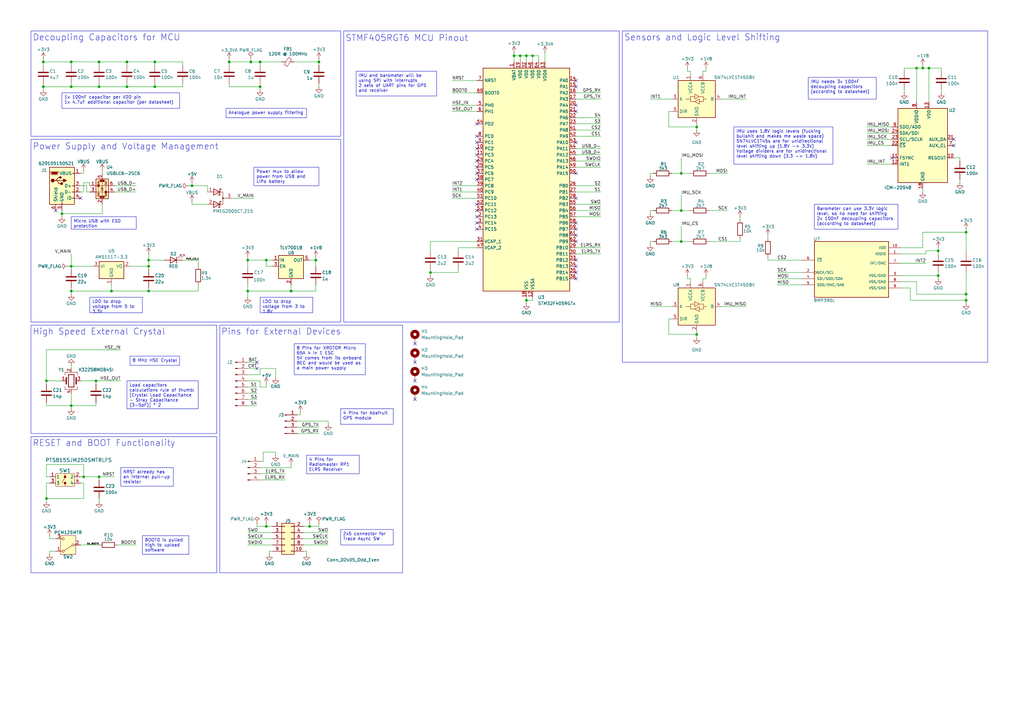
<source format=kicad_sch>
(kicad_sch (version 20250114) (generator "eeschema") (generator_version "9.0")
  (paper "A3")
  (lib_symbols
    (symbol "Connector:Conn_01x04_Pin" (pin_names (offset 1.016) (hide yes))
      (property "Reference" "J" (at 0 5.08 0))
      (property "Value" "Conn_01x04_Pin" (at 0 -7.62 0))
      (symbol "Conn_01x04_Pin_1_1"
        (pin passive line (at 5.08 2.54 180) (length 3.81) (name "Pin_1") (number "1"))
        (pin passive line (at 5.08 0 180) (length 3.81) (name "Pin_2") (number "2"))
        (pin passive line (at 5.08 -2.54 180) (length 3.81) (name "Pin_3") (number "3"))
        (pin passive line (at 5.08 -5.08 180) (length 3.81) (name "Pin_4") (number "4"))
      )
    )
    (symbol "Connector:Conn_01x08_Pin" (pin_names (offset 1.016) (hide yes))
      (property "Reference" "J" (at 0 10.16 0))
      (property "Value" "Conn_01x08_Pin" (at 0 -12.7 0))
      (symbol "Conn_01x08_Pin_1_1"
        (pin passive line (at 5.08 7.62 180) (length 3.81) (name "Pin_1") (number "1"))
        (pin passive line (at 5.08 5.08 180) (length 3.81) (name "Pin_2") (number "2"))
        (pin passive line (at 5.08 2.54 180) (length 3.81) (name "Pin_3") (number "3"))
        (pin passive line (at 5.08 0 180) (length 3.81) (name "Pin_4") (number "4"))
        (pin passive line (at 5.08 -2.54 180) (length 3.81) (name "Pin_5") (number "5"))
        (pin passive line (at 5.08 -5.08 180) (length 3.81) (name "Pin_6") (number "6"))
        (pin passive line (at 5.08 -7.62 180) (length 3.81) (name "Pin_7") (number "7"))
        (pin passive line (at 5.08 -10.16 180) (length 3.81) (name "Pin_8") (number "8"))
      )
    )
    (symbol "Connector:USB_B_Micro" (pin_names (offset 1.016))
      (property "Reference" "J" (at -5.08 11.43 0))
      (property "Value" "USB_B_Micro" (at -5.08 8.89 0))
      (symbol "USB_B_Micro_1_1"
        (pin passive line (at -2.54 -10.16 90) (length 2.54) (name "Shield") (number "6"))
        (pin power_out line (at 0 -10.16 90) (length 2.54) (name "GND") (number "5"))
        (pin power_out line (at 7.62 5.08 180) (length 2.54) (name "VBUS") (number "1"))
        (pin bidirectional line (at 7.62 0 180) (length 2.54) (name "D+") (number "3"))
        (pin bidirectional line (at 7.62 -2.54 180) (length 2.54) (name "D-") (number "2"))
        (pin passive line (at 7.62 -5.08 180) (length 2.54) (name "ID") (number "4"))
      )
    )
    (symbol "Connector_Generic:Conn_02x05_Odd_Even" (pin_names (offset 1.016) (hide yes))
      (property "Reference" "J" (at 1.27 7.62 0))
      (property "Value" "Conn_02x05_Odd_Even" (at 1.27 -7.62 0))
      (symbol "Conn_02x05_Odd_Even_1_1"
        (pin passive line (at -5.08 5.08 0) (length 3.81) (name "Pin_1") (number "1"))
        (pin passive line (at -5.08 2.54 0) (length 3.81) (name "Pin_3") (number "3"))
        (pin passive line (at -5.08 0 0) (length 3.81) (name "Pin_5") (number "5"))
        (pin passive line (at -5.08 -2.54 0) (length 3.81) (name "Pin_7") (number "7"))
        (pin passive line (at -5.08 -5.08 0) (length 3.81) (name "Pin_9") (number "9"))
        (pin passive line (at 7.62 5.08 180) (length 3.81) (name "Pin_2") (number "2"))
        (pin passive line (at 7.62 2.54 180) (length 3.81) (name "Pin_4") (number "4"))
        (pin passive line (at 7.62 0 180) (length 3.81) (name "Pin_6") (number "6"))
        (pin passive line (at 7.62 -2.54 180) (length 3.81) (name "Pin_8") (number "8"))
        (pin passive line (at 7.62 -5.08 180) (length 3.81) (name "Pin_10") (number "10"))
      )
    )
    (symbol "Device:C" (pin_numbers (hide yes)) (pin_names (offset 0.254))
      (property "Reference" "C" (at 0.635 2.54 0))
      (property "Value" "C" (at 0.635 -2.54 0))
      (symbol "C_1_1"
        (pin passive line (at 0 3.81 270) (length 2.794) (name "~") (number "1"))
        (pin passive line (at 0 -3.81 90) (length 2.794) (name "~") (number "2"))
      )
    )
    (symbol "Device:Crystal_GND24" (pin_names (offset 1.016) (hide yes))
      (property "Reference" "Y" (at 3.175 5.08 0))
      (property "Value" "Crystal_GND24" (at 3.175 3.175 0))
      (symbol "Crystal_GND24_1_1"
        (pin passive line (at -3.81 0 0) (length 1.27) (name "1") (number "1"))
        (pin passive line (at 0 5.08 270) (length 1.27) (name "2") (number "2"))
        (pin passive line (at 0 -5.08 90) (length 1.27) (name "4") (number "4"))
        (pin passive line (at 3.81 0 180) (length 1.27) (name "3") (number "3"))
      )
    )
    (symbol "Device:D_Schottky_Dual_CommonCathode_AAK_Parallel" (pin_names (offset 0.762) (hide yes))
      (property "Reference" "D" (at 0 5.08 0))
      (property "Value" "D_Schottky_Dual_CommonCathode_AAK_Parallel" (at 0 -5.08 0))
      (symbol "D_Schottky_Dual_CommonCathode_AAK_Parallel_0_1"
        (pin passive line (at -5.08 2.54 0) (length 2.54) (name "A") (number "1"))
        (pin passive line (at -5.08 -2.54 0) (length 2.54) (name "A") (number "2"))
        (pin passive line (at 5.08 0 180) (length 2.54) (name "K") (number "3"))
      )
    )
    (symbol "Device:FerriteBead_Small" (pin_numbers (hide yes)) (pin_names (offset 0))
      (property "Reference" "FB" (at 1.905 1.27 0))
      (property "Value" "FerriteBead_Small" (at 1.905 -1.27 0))
      (symbol "FerriteBead_Small_1_1"
        (pin passive line (at 0 2.54 270) (length 1.27) (name "~") (number "1"))
        (pin passive line (at 0 -2.54 90) (length 1.27) (name "~") (number "2"))
      )
    )
    (symbol "Device:LED" (pin_numbers (hide yes)) (pin_names (offset 1.016) (hide yes))
      (property "Reference" "D" (at 0 2.54 0))
      (property "Value" "LED" (at 0 -2.54 0))
      (symbol "LED_1_1"
        (pin passive line (at -3.81 0 0) (length 2.54) (name "K") (number "1"))
        (pin passive line (at 3.81 0 180) (length 2.54) (name "A") (number "2"))
      )
    )
    (symbol "Device:R" (pin_numbers (hide yes)) (pin_names (offset 0))
      (property "Reference" "R" (at 2.032 0 90))
      (property "Value" "R" (at 0 0 90))
      (symbol "R_1_1"
        (pin passive line (at 0 3.81 270) (length 1.27) (name "~") (number "1"))
        (pin passive line (at 0 -3.81 90) (length 1.27) (name "~") (number "2"))
      )
    )
    (symbol "Logic_LevelTranslator:SN74LVC1T45DBV"
      (property "Reference" "U" (at -6.35 8.89 0))
      (property "Value" "SN74LVC1T45DBV" (at 3.81 8.89 0))
      (symbol "SN74LVC1T45DBV_1_1"
        (pin bidirectional line (at -10.16 0 0) (length 2.54) (name "A") (number "3"))
        (pin input line (at -10.16 -5.08 0) (length 2.54) (name "DIR") (number "5"))
        (pin power_in line (at -2.54 10.16 270) (length 2.54) (name "VCCA") (number "1"))
        (pin power_in line (at 0 -10.16 90) (length 2.54) (name "GND") (number "2"))
        (pin power_in line (at 2.54 10.16 270) (length 2.54) (name "VCCB") (number "6"))
        (pin bidirectional line (at 10.16 0 180) (length 2.54) (name "B") (number "4"))
      )
    )
    (symbol "MCU_ST_STM32F4:STM32F405RGTx"
      (property "Reference" "U" (at -17.78 46.99 0))
      (property "Value" "STM32F405RGTx" (at 10.16 46.99 0))
      (symbol "STM32F405RGTx_1_1"
        (pin input line (at -20.32 40.64 0) (length 2.54) (name "NRST") (number "7"))
        (pin input line (at -20.32 35.56 0) (length 2.54) (name "BOOT0") (number "60"))
        (pin bidirectional line (at -20.32 30.48 0) (length 2.54) (name "PH0") (number "5"))
        (pin bidirectional line (at -20.32 27.94 0) (length 2.54) (name "PH1") (number "6"))
        (pin bidirectional line (at -20.32 22.86 0) (length 2.54) (name "PD2") (number "54"))
        (pin bidirectional line (at -20.32 17.78 0) (length 2.54) (name "PC0") (number "8"))
        (pin bidirectional line (at -20.32 15.24 0) (length 2.54) (name "PC1") (number "9"))
        (pin bidirectional line (at -20.32 12.7 0) (length 2.54) (name "PC2") (number "10"))
        (pin bidirectional line (at -20.32 10.16 0) (length 2.54) (name "PC3") (number "11"))
        (pin bidirectional line (at -20.32 7.62 0) (length 2.54) (name "PC4") (number "24"))
        (pin bidirectional line (at -20.32 5.08 0) (length 2.54) (name "PC5") (number "25"))
        (pin bidirectional line (at -20.32 2.54 0) (length 2.54) (name "PC6") (number "37"))
        (pin bidirectional line (at -20.32 0 0) (length 2.54) (name "PC7") (number "38"))
        (pin bidirectional line (at -20.32 -2.54 0) (length 2.54) (name "PC8") (number "39"))
        (pin bidirectional line (at -20.32 -5.08 0) (length 2.54) (name "PC9") (number "40"))
        (pin bidirectional line (at -20.32 -7.62 0) (length 2.54) (name "PC10") (number "51"))
        (pin bidirectional line (at -20.32 -10.16 0) (length 2.54) (name "PC11") (number "52"))
        (pin bidirectional line (at -20.32 -12.7 0) (length 2.54) (name "PC12") (number "53"))
        (pin bidirectional line (at -20.32 -15.24 0) (length 2.54) (name "PC13") (number "2"))
        (pin bidirectional line (at -20.32 -17.78 0) (length 2.54) (name "PC14") (number "3"))
        (pin bidirectional line (at -20.32 -20.32 0) (length 2.54) (name "PC15") (number "4"))
        (pin power_out line (at -20.32 -25.4 0) (length 2.54) (name "VCAP_1") (number "31"))
        (pin power_out line (at -20.32 -27.94 0) (length 2.54) (name "VCAP_2") (number "47"))
        (pin power_in line (at -5.08 48.26 270) (length 2.54) (name "VBAT") (number "1"))
        (pin power_in line (at -2.54 48.26 270) (length 2.54) (name "VDD") (number "19"))
        (pin power_in line (at 0 48.26 270) (length 2.54) (name "VDD") (number "32"))
        (pin power_in line (at 0 -48.26 90) (length 2.54) (name "VSS") (number "18"))
        (pin passive line (at 0 -48.26 90) (length 2.54) (hide yes) (name "VSS") (number "63"))
        (pin power_in line (at 2.54 48.26 270) (length 2.54) (name "VDD") (number "48"))
        (pin power_in line (at 2.54 -48.26 90) (length 2.54) (name "VSSA") (number "12"))
        (pin power_in line (at 5.08 48.26 270) (length 2.54) (name "VDD") (number "64"))
        (pin power_in line (at 7.62 48.26 270) (length 2.54) (name "VDDA") (number "13"))
        (pin bidirectional line (at 20.32 40.64 180) (length 2.54) (name "PA0") (number "14"))
        (pin bidirectional line (at 20.32 38.1 180) (length 2.54) (name "PA1") (number "15"))
        (pin bidirectional line (at 20.32 35.56 180) (length 2.54) (name "PA2") (number "16"))
        (pin bidirectional line (at 20.32 33.02 180) (length 2.54) (name "PA3") (number "17"))
        (pin bidirectional line (at 20.32 30.48 180) (length 2.54) (name "PA4") (number "20"))
        (pin bidirectional line (at 20.32 27.94 180) (length 2.54) (name "PA5") (number "21"))
        (pin bidirectional line (at 20.32 25.4 180) (length 2.54) (name "PA6") (number "22"))
        (pin bidirectional line (at 20.32 22.86 180) (length 2.54) (name "PA7") (number "23"))
        (pin bidirectional line (at 20.32 20.32 180) (length 2.54) (name "PA8") (number "41"))
        (pin bidirectional line (at 20.32 17.78 180) (length 2.54) (name "PA9") (number "42"))
        (pin bidirectional line (at 20.32 15.24 180) (length 2.54) (name "PA10") (number "43"))
        (pin bidirectional line (at 20.32 12.7 180) (length 2.54) (name "PA11") (number "44"))
        (pin bidirectional line (at 20.32 10.16 180) (length 2.54) (name "PA12") (number "45"))
        (pin bidirectional line (at 20.32 7.62 180) (length 2.54) (name "PA13") (number "46"))
        (pin bidirectional line (at 20.32 5.08 180) (length 2.54) (name "PA14") (number "49"))
        (pin bidirectional line (at 20.32 2.54 180) (length 2.54) (name "PA15") (number "50"))
        (pin bidirectional line (at 20.32 -2.54 180) (length 2.54) (name "PB0") (number "26"))
        (pin bidirectional line (at 20.32 -5.08 180) (length 2.54) (name "PB1") (number "27"))
        (pin bidirectional line (at 20.32 -7.62 180) (length 2.54) (name "PB2") (number "28"))
        (pin bidirectional line (at 20.32 -10.16 180) (length 2.54) (name "PB3") (number "55"))
        (pin bidirectional line (at 20.32 -12.7 180) (length 2.54) (name "PB4") (number "56"))
        (pin bidirectional line (at 20.32 -15.24 180) (length 2.54) (name "PB5") (number "57"))
        (pin bidirectional line (at 20.32 -17.78 180) (length 2.54) (name "PB6") (number "58"))
        (pin bidirectional line (at 20.32 -20.32 180) (length 2.54) (name "PB7") (number "59"))
        (pin bidirectional line (at 20.32 -22.86 180) (length 2.54) (name "PB8") (number "61"))
        (pin bidirectional line (at 20.32 -25.4 180) (length 2.54) (name "PB9") (number "62"))
        (pin bidirectional line (at 20.32 -27.94 180) (length 2.54) (name "PB10") (number "29"))
        (pin bidirectional line (at 20.32 -30.48 180) (length 2.54) (name "PB11") (number "30"))
        (pin bidirectional line (at 20.32 -33.02 180) (length 2.54) (name "PB12") (number "33"))
        (pin bidirectional line (at 20.32 -35.56 180) (length 2.54) (name "PB13") (number "34"))
        (pin bidirectional line (at 20.32 -38.1 180) (length 2.54) (name "PB14") (number "35"))
        (pin bidirectional line (at 20.32 -40.64 180) (length 2.54) (name "PB15") (number "36"))
      )
    )
    (symbol "Mechanical:MountingHole_Pad" (pin_numbers (hide yes)) (pin_names (offset 1.016) (hide yes)) (in_bom no)
      (property "Reference" "H" (at 0 6.35 0))
      (property "Value" "MountingHole_Pad" (at 0 4.445 0))
      (symbol "MountingHole_Pad_1_1"
        (pin input line (at 0 -2.54 90) (length 2.54) (name "1") (number "1"))
      )
    )
    (symbol "Power_Protection:USBLC6-2SC6" (pin_names (hide yes))
      (property "Reference" "U" (at 0.635 5.715 0))
      (property "Value" "USBLC6-2SC6" (at 0.635 3.81 0))
      (symbol "USBLC6-2SC6_1_1"
        (pin passive line (at -5.08 0 0) (length 2.54) (name "I/O1") (number "1"))
        (pin passive line (at -5.08 -2.54 0) (length 2.54) (name "I/O2") (number "3"))
        (pin passive line (at 0 5.08 270) (length 2.54) (name "VBUS") (number "5"))
        (pin passive line (at 0 -7.62 90) (length 2.54) (name "GND") (number "2"))
        (pin passive line (at 5.08 0 180) (length 2.54) (name "I/O1") (number "6"))
        (pin passive line (at 5.08 -2.54 180) (length 2.54) (name "I/O2") (number "4"))
      )
    )
    (symbol "Regulator_Linear:AMS1117-3.3"
      (property "Reference" "U" (at -3.81 3.175 0))
      (property "Value" "AMS1117-3.3" (at 0 3.175 0))
      (symbol "AMS1117-3.3_1_1"
        (pin power_in line (at -7.62 0 0) (length 2.54) (name "VI") (number "3"))
        (pin power_in line (at 0 -7.62 90) (length 2.54) (name "GND") (number "1"))
        (pin power_out line (at 7.62 0 180) (length 2.54) (name "VO") (number "2"))
      )
    )
    (symbol "Regulator_Linear:TLV70018_SOT23-5" (pin_names (offset 0.254))
      (property "Reference" "U" (at -3.81 5.715 0))
      (property "Value" "TLV70018_SOT23-5" (at 0 5.715 0))
      (symbol "TLV70018_SOT23-5_1_1"
        (pin power_in line (at -7.62 2.54 0) (length 2.54) (name "IN") (number "1"))
        (pin input line (at -7.62 0 0) (length 2.54) (name "EN") (number "3"))
        (pin power_in line (at 0 -7.62 90) (length 2.54) (name "GND") (number "2"))
        (pin no_connect line (at 5.08 0 180) (length 2.54) (hide yes) (name "NC") (number "4"))
        (pin power_out line (at 7.62 2.54 180) (length 2.54) (name "OUT") (number "5"))
      )
    )
    (symbol "Sensor_Motion:ICM-20948"
      (property "Reference" "U" (at -11.43 16.51 0))
      (property "Value" "ICM-20948" (at 7.62 -16.51 0))
      (symbol "ICM-20948_1_1"
        (pin bidirectional line (at -12.7 7.62 0) (length 2.54) (name "SDO/AD0") (number "9"))
        (pin bidirectional line (at -12.7 5.08 0) (length 2.54) (name "SDA/SDI") (number "24"))
        (pin input line (at -12.7 2.54 0) (length 2.54) (name "SCL/SCLK") (number "23"))
        (pin input line (at -12.7 0 0) (length 2.54) (name "~{CS}") (number "22"))
        (pin input line (at -12.7 -5.08 0) (length 2.54) (name "FSYNC") (number "11"))
        (pin output line (at -12.7 -7.62 0) (length 2.54) (name "INT1") (number "12"))
        (pin no_connect line (at -10.16 12.7 0) (length 2.54) (hide yes) (name "NC") (number "1"))
        (pin no_connect line (at -10.16 10.16 0) (length 2.54) (hide yes) (name "NC") (number "2"))
        (pin no_connect line (at -10.16 -2.54 0) (length 2.54) (hide yes) (name "NC") (number "3"))
        (pin no_connect line (at -10.16 -10.16 0) (length 2.54) (hide yes) (name "NC") (number "4"))
        (pin no_connect line (at -10.16 -12.7 0) (length 2.54) (hide yes) (name "NC") (number "5"))
        (pin power_in line (at -2.54 17.78 270) (length 2.54) (name "VDDIO") (number "8"))
        (pin power_in line (at 0 -17.78 90) (length 2.54) (name "GND") (number "18"))
        (pin passive line (at 0 -17.78 90) (length 2.54) (hide yes) (name "GND") (number "20"))
        (pin power_in line (at 2.54 17.78 270) (length 2.54) (name "VDD") (number "13"))
        (pin no_connect line (at 10.16 10.16 180) (length 2.54) (hide yes) (name "NC") (number "6"))
        (pin no_connect line (at 10.16 7.62 180) (length 2.54) (hide yes) (name "NC") (number "14"))
        (pin no_connect line (at 10.16 5.08 180) (length 2.54) (hide yes) (name "NC") (number "15"))
        (pin no_connect line (at 10.16 -7.62 180) (length 2.54) (hide yes) (name "NC") (number "16"))
        (pin no_connect line (at 10.16 -10.16 180) (length 2.54) (hide yes) (name "NC") (number "17"))
        (pin no_connect line (at 10.16 -12.7 180) (length 2.54) (hide yes) (name "RESV") (number "19"))
        (pin bidirectional line (at 12.7 2.54 180) (length 2.54) (name "AUX_DA") (number "21"))
        (pin output line (at 12.7 0 180) (length 2.54) (name "AUX_CL") (number "7"))
        (pin passive line (at 12.7 -5.08 180) (length 2.54) (name "REGOUT") (number "10"))
      )
    )
    (symbol "Sensor_Pressure:BMP390L" (pin_names (offset 1.016))
      (property "Reference" "U" (at -15.24 15.24 0))
      (property "Value" "BMP390L" (at -15.24 -15.24 0))
      (symbol "BMP390L_0_0"
        (pin input line (at -20.32 5.08 0) (length 5.08) (name "~{CS}") (number "6"))
        (pin input clock (at -20.32 0 0) (length 5.08) (name "SCK/SCL") (number "2"))
        (pin bidirectional line (at -20.32 -2.54 0) (length 5.08) (name "SDI/SDO/SDA") (number "4"))
        (pin bidirectional line (at -20.32 -5.08 0) (length 5.08) (name "SDO/DNC/SA0") (number "5"))
        (pin power_in line (at 20.32 10.16 180) (length 5.08) (name "VDD") (number "10"))
        (pin power_in line (at 20.32 7.62 180) (length 5.08) (name "VDDIO") (number "1"))
        (pin output line (at 20.32 3.81 180) (length 5.08) (name "INT/DNC") (number "7"))
        (pin power_in line (at 20.32 -1.27 180) (length 5.08) (name "VSS/GND") (number "3"))
        (pin power_in line (at 20.32 -3.81 180) (length 5.08) (name "VSS/GND") (number "8"))
        (pin power_in line (at 20.32 -6.35 180) (length 5.08) (name "VSS/GND") (number "9"))
      )
    )
    (symbol "Switch:PTS815_SJM_250_SMTR_LFS" (pin_names (offset 0.254))
      (property "Reference" "SW" (at 0 7.62 0))
      (property "Value" "PTS815 SJM 250 SMTR LFS" (at 0 5.08 0))
      (symbol "PTS815_SJM_250_SMTR_LFS_1_1"
        (pin bidirectional line (at -6.35 1.27 0) (length 2.54) (name "1") (number "1"))
        (pin bidirectional line (at -6.35 -1.27 0) (length 2.54) (name "3") (number "3"))
        (pin bidirectional line (at 6.35 1.27 180) (length 2.54) (name "2") (number "2"))
        (pin bidirectional line (at 6.35 -1.27 180) (length 2.54) (name "4") (number "4"))
      )
    )
    (symbol "Switch:SW_SPDT" (pin_names (offset 0) (hide yes))
      (property "Reference" "SW" (at 0 5.08 0))
      (property "Value" "SW_SPDT" (at 0 -5.08 0))
      (symbol "SW_SPDT_1_1"
        (pin passive line (at -5.08 0 0) (length 2.54) (name "B") (number "2"))
        (pin passive line (at 5.08 2.54 180) (length 2.54) (name "A") (number "1"))
        (pin passive line (at 5.08 -2.54 180) (length 2.54) (name "C") (number "3"))
      )
    )
    (symbol "power:+1V8" (power) (pin_numbers (hide yes)) (pin_names (offset 0) (hide yes))
      (property "Value" "+1V8" (at 0 3.556 0))
      (symbol "+1V8_1_1"
        (pin power_in line (at 0 0 90) (length 0) (name "~") (number "1"))
      )
    )
    (symbol "power:+3.3VA" (power) (pin_numbers (hide yes)) (pin_names (offset 0) (hide yes))
      (property "Value" "+3.3VA" (at 0 3.556 0))
      (symbol "+3.3VA_1_1"
        (pin power_in line (at 0 0 90) (length 0) (name "~") (number "1"))
      )
    )
    (symbol "power:+3V3" (power) (pin_numbers (hide yes)) (pin_names (offset 0) (hide yes))
      (property "Value" "+3V3" (at 0 3.556 0))
      (symbol "+3V3_1_1"
        (pin power_in line (at 0 0 90) (length 0) (name "~") (number "1"))
      )
    )
    (symbol "power:+5V" (power) (pin_numbers (hide yes)) (pin_names (offset 0) (hide yes))
      (property "Value" "+5V" (at 0 3.556 0))
      (symbol "+5V_1_1"
        (pin power_in line (at 0 0 90) (length 0) (name "~") (number "1"))
      )
    )
    (symbol "power:GND" (power) (pin_numbers (hide yes)) (pin_names (offset 0) (hide yes))
      (property "Value" "GND" (at 0 -3.81 0))
      (symbol "GND_1_1"
        (pin power_in line (at 0 0 270) (length 0) (name "~") (number "1"))
      )
    )
    (symbol "power:PWR_FLAG" (power) (pin_numbers (hide yes)) (pin_names (offset 0) (hide yes))
      (property "Value" "PWR_FLAG" (at 0 3.81 0))
      (symbol "PWR_FLAG_0_0"
        (pin power_out line (at 0 0 90) (length 0) (name "~") (number "1"))
      )
    )
    (symbol "power:VBUS" (power) (pin_numbers (hide yes)) (pin_names (offset 0) (hide yes))
      (property "Value" "VBUS" (at 0 3.556 0))
      (symbol "VBUS_1_1"
        (pin power_in line (at 0 0 90) (length 0) (name "~") (number "1"))
      )
    )
  )
  (rectangle (start 12.7 133.35) (end 88.9 177.8))
  (rectangle (start 90.17 133.35) (end 165.1 234.95))
  (rectangle (start 255.27 12.7) (end 405.13 148.59))
  (rectangle (start 12.7 57.15) (end 139.7 132.08))
  (rectangle (start 140.97 12.7) (end 254 132.08))
  (rectangle (start 12.7 12.7) (end 139.7 55.88))
  (rectangle (start 12.7 179.07) (end 88.9 234.95))
  (text "Pins for External Devices" (at 115.316 136.144 0) (effects (font (size 2.54 2.54))))
  (text "STMF405RGT6 MCU Pinout" (at 166.878 15.748 0) (effects (font (size 2.54 2.54))))
  (text "High Speed External Crystal" (at 40.64 136.144 0) (effects (font (size 2.54 2.54))))
  (text "Power Supply and Voltage Management" (at 51.562 60.198 0) (effects (font (size 2.54 2.54))))
  (text "RESET and BOOT Functionality" (at 42.672 181.864 0) (effects (font (size 2.54 2.54))))
  (text "Decoupling Capacitors for MCU" (at 43.688 15.494 0) (effects (font (size 2.54 2.54))))
  (text "Sensors and Logic Level Shifting" (at 288.036 15.494 0) (effects (font (size 2.54 2.54))))
  (text_box "4 Pins for Radiomaster RP1 ELRS Receiver" (at 125.73 186.69 0) (size 21.59 7.62) (margins 0.9525 0.9525 0.9525 0.9525) (effects (font (size 1.27 1.27)) (justify left top)))
  (text_box "NRST already has an internal pull-up resistor" (at 49.53 191.77 0) (size 21.59 7.62) (margins 0.9525 0.9525 0.9525 0.9525) (effects (font (size 1.27 1.27)) (justify left top)))
  (text_box "4 Pins for Adafruit GPS module" (at 139.7 167.64 0) (size 21.59 6.35) (margins 0.9525 0.9525 0.9525 0.9525) (effects (font (size 1.27 1.27)) (justify left top)))
  (text_box "IMU needs 3x 100nF decoupling capacitors (according to datasheet)" (at 331.47 31.75 0) (size 27.94 8.89) (margins 0.9525 0.9525 0.9525 0.9525) (effects (font (size 1.27 1.27)) (justify left top)))
  (text_box "Power mux to allow power from USB and LiPo battery" (at 104.14 68.58 0) (size 26.67 7.62) (margins 0.9525 0.9525 0.9525 0.9525) (effects (font (size 1.27 1.27)) (justify left top)))
  (text_box "Barometer can use 3.3V logic level, so no need for shifting\n2x 100nF decoupling capacitors (according to datasheet)" (at 334.01 83.82 0) (size 34.29 10.16) (margins 0.9525 0.9525 0.9525 0.9525) (effects (font (size 1.27 1.27)) (justify left top)))
  (text_box "LDO to drop voltage from 5 to 3.3V" (at 36.83 121.92 0) (size 21.59 6.35) (margins 0.9525 0.9525 0.9525 0.9525) (effects (font (size 1.27 1.27)) (justify left top)))
  (text_box "Load capacitors calculations rule of thumb:\n[Crystal Load Capacitance - Stray Capacitance (3-5pF)] * 2" (at 52.07 156.21 0) (size 29.21 11.43) (margins 0.9525 0.9525 0.9525 0.9525) (effects (font (size 1.27 1.27)) (justify left top)))
  (text_box "BOOT0 is pulled high to upload software" (at 58.42 219.71 0) (size 19.05 7.62) (margins 0.9525 0.9525 0.9525 0.9525) (effects (font (size 1.27 1.27)) (justify left top)))
  (text_box "LDO to drop voltage from 3 to 1.8V" (at 106.68 121.92 0) (size 21.59 6.35) (margins 0.9525 0.9525 0.9525 0.9525) (effects (font (size 1.27 1.27)) (justify left top)))
  (text_box "IMU and barometer will be using SPI with interrupts\n2 sets of UART pins for GPS and receiver\n" (at 146.05 29.21 0) (size 33.02 10.16) (margins 0.9525 0.9525 0.9525 0.9525) (effects (font (size 1.27 1.27)) (justify left top)))
  (text_box "8 MHz HSE Crystal" (at 53.34 146.05 0) (size 20.32 3.81) (margins 0.9525 0.9525 0.9525 0.9525) (effects (font (size 1.27 1.27)) (justify left top)))
  (text_box "8 Pins for XROTOR Micro 65A 4 in 1 ESC\n5V comes from its onboard BEC and would be used as a main power supply" (at 120.65 140.97 0) (size 29.21 12.7) (margins 0.9525 0.9525 0.9525 0.9525) (effects (font (size 1.27 1.27)) (justify left top)))
  (text_box "1x 100nF capacitor per VDD pin\n1x 4.7uF additional capacitor (per datasheet)\n" (at 25.4 38.1 0) (size 48.26 6.35) (margins 0.9525 0.9525 0.9525 0.9525) (effects (font (size 1.27 1.27)) (justify left top)))
  (text_box "2x5 connector for Trace Async SW" (at 139.7 217.17 0) (size 21.59 6.35) (margins 0.9525 0.9525 0.9525 0.9525) (effects (font (size 1.27 1.27)) (justify left top)))
  (text_box "IMU uses 1.8V logic levels (fucking bullshit and makes me waste space)\nSN74LVC1T45s are for unidirectional level shifting up (1.8V -> 3.3V)\nVoltage dividers are for unidirectional level shifting down (3.3 -> 1.8V)" (at 300.99 52.07 0) (size 40.64 15.24) (margins 0.9525 0.9525 0.9525 0.9525) (effects (font (size 1.27 1.27)) (justify left top)))
  (text_box "Micro USB with ESD protection" (at 29.21 88.9 0) (size 26.67 5.08) (margins 0.9525 0.9525 0.9525 0.9525) (effects (font (size 1.27 1.27)) (justify left top)))
  (text_box "Analogue power supply filtering" (at 92.71 44.45 0) (size 33.02 3.81) (margins 0.9525 0.9525 0.9525 0.9525) (effects (font (size 1.27 1.27)) (justify left top)))
  (junction (at 215.9 123.19))
  (junction (at 29.21 109.22))
  (junction (at 52.07 35.56))
  (junction (at 381 27.94))
  (junction (at 102.87 25.4))
  (junction (at 63.5 25.4))
  (junction (at 17.78 25.4))
  (junction (at 17.78 35.56))
  (junction (at 130.81 25.4))
  (junction (at 215.9 22.86))
  (junction (at 39.37 156.21))
  (junction (at 279.4 71.12))
  (junction (at 29.21 35.56))
  (junction (at 60.96 106.68))
  (junction (at 45.72 119.38))
  (junction (at 396.24 123.19))
  (junction (at 34.29 195.58))
  (junction (at 106.68 25.4))
  (junction (at 396.24 120.65))
  (junction (at 60.96 119.38))
  (junction (at 127 215.9))
  (junction (at 101.6 119.38))
  (junction (at 129.54 106.68))
  (junction (at 40.64 35.56))
  (junction (at 101.6 106.68))
  (junction (at 93.98 25.4))
  (junction (at 106.68 35.56))
  (junction (at 279.4 86.36))
  (junction (at 176.53 111.76))
  (junction (at 396.24 95.25))
  (junction (at 384.81 113.03))
  (junction (at 60.96 109.22))
  (junction (at 378.46 27.94))
  (junction (at 384.81 102.87))
  (junction (at 119.38 119.38))
  (junction (at 19.05 204.47))
  (junction (at 213.36 22.86))
  (junction (at 19.05 156.21))
  (junction (at 109.22 215.9))
  (junction (at 218.44 22.86))
  (junction (at 29.21 25.4))
  (junction (at 210.82 22.86))
  (junction (at 40.64 195.58))
  (junction (at 63.5 35.56))
  (junction (at 29.21 119.38))
  (junction (at 285.75 52.07))
  (junction (at 375.92 27.94))
  (junction (at 52.07 25.4))
  (junction (at 29.21 166.37))
  (junction (at 109.22 106.68))
  (junction (at 40.64 25.4))
  (junction (at 279.4 99.06))
  (junction (at 25.4 87.63))
  (junction (at 78.74 76.2))
  (junction (at 285.75 137.16))
  (no_connect (at 236.22 45.72))
  (no_connect (at 236.22 43.18))
  (no_connect (at 195.58 73.66))
  (no_connect (at 195.58 60.96))
  (no_connect (at 391.16 59.69))
  (no_connect (at 236.22 91.44))
  (no_connect (at 105.41 148.59))
  (no_connect (at 195.58 86.36))
  (no_connect (at 236.22 71.12))
  (no_connect (at 195.58 55.88))
  (no_connect (at 236.22 33.02))
  (no_connect (at 236.22 111.76))
  (no_connect (at 33.02 81.28))
  (no_connect (at 236.22 106.68))
  (no_connect (at 236.22 58.42))
  (no_connect (at 195.58 66.04))
  (no_connect (at 195.58 58.42))
  (no_connect (at 22.86 86.36))
  (no_connect (at 105.41 151.13))
  (no_connect (at 236.22 93.98))
  (no_connect (at 195.58 88.9))
  (no_connect (at 236.22 109.22))
  (no_connect (at 391.16 57.15))
  (no_connect (at 236.22 114.3))
  (no_connect (at 170.18 163.83))
  (no_connect (at 170.18 140.97))
  (no_connect (at 170.18 156.21))
  (no_connect (at 195.58 93.98))
  (no_connect (at 236.22 35.56))
  (no_connect (at 170.18 148.59))
  (no_connect (at 195.58 71.12))
  (no_connect (at 236.22 99.06))
  (no_connect (at 195.58 68.58))
  (no_connect (at 236.22 96.52))
  (no_connect (at 195.58 91.44))
  (no_connect (at 195.58 83.82))
  (no_connect (at 195.58 50.8))
  (no_connect (at 195.58 63.5))
  (no_connect (at 236.22 81.28))
  (no_connect (at 365.76 64.77))
  (wire (pts (xy 275.59 71.12) (xy 279.4 71.12)))
  (wire (pts (xy 63.5 25.4) (xy 63.5 26.67)))
  (wire (pts (xy 279.4 86.36) (xy 283.21 86.36)))
  (wire (pts (xy 318.77 111.76) (xy 328.93 111.76)))
  (wire (pts (xy 314.96 106.68) (xy 328.93 106.68)))
  (wire (pts (xy 106.68 34.29) (xy 106.68 35.56)))
  (wire (pts (xy 102.87 24.13) (xy 102.87 25.4)))
  (wire (pts (xy 236.22 63.5) (xy 246.38 63.5)))
  (wire (pts (xy 355.6 52.07) (xy 365.76 52.07)))
  (wire (pts (xy 373.38 123.19) (xy 396.24 123.19)))
  (wire (pts (xy 109.22 106.68) (xy 111.76 106.68)))
  (wire (pts (xy 279.4 71.12) (xy 283.21 71.12)))
  (wire (pts (xy 35.56 76.2) (xy 33.02 76.2)))
  (wire (pts (xy 29.21 119.38) (xy 29.21 120.65)))
  (wire (pts (xy 369.57 115.57) (xy 375.92 115.57)))
  (wire (pts (xy 236.22 104.14) (xy 246.38 104.14)))
  (wire (pts (xy 176.53 110.49) (xy 176.53 111.76)))
  (wire (pts (xy 101.6 161.29) (xy 105.41 161.29)))
  (wire (pts (xy 303.53 97.79) (xy 303.53 99.06)))
  (wire (pts (xy 106.68 158.75) (xy 109.22 158.75)))
  (wire (pts (xy 130.81 24.13) (xy 130.81 25.4)))
  (wire (pts (xy 236.22 76.2) (xy 246.38 76.2)))
  (wire (pts (xy 195.58 99.06) (xy 176.53 99.06)))
  (wire (pts (xy 355.6 57.15) (xy 365.76 57.15)))
  (wire (pts (xy 17.78 24.13) (xy 17.78 25.4)))
  (wire (pts (xy 19.05 204.47) (xy 34.29 204.47)))
  (wire (pts (xy 124.46 226.06) (xy 125.73 226.06)))
  (wire (pts (xy 279.4 99.06) (xy 283.21 99.06)))
  (wire (pts (xy 25.4 88.9) (xy 25.4 87.63)))
  (wire (pts (xy 384.81 101.6) (xy 384.81 102.87)))
  (wire (pts (xy 17.78 35.56) (xy 29.21 35.56)))
  (wire (pts (xy 124.46 218.44) (xy 134.62 218.44)))
  (wire (pts (xy 176.53 113.03) (xy 176.53 111.76)))
  (wire (pts (xy 40.64 25.4) (xy 40.64 26.67)))
  (wire (pts (xy 185.42 33.02) (xy 195.58 33.02)))
  (wire (pts (xy 78.74 76.2) (xy 85.09 76.2)))
  (wire (pts (xy 355.6 59.69) (xy 365.76 59.69)))
  (wire (pts (xy 375.92 115.57) (xy 375.92 120.65)))
  (wire (pts (xy 17.78 26.67) (xy 17.78 25.4)))
  (wire (pts (xy 33.02 156.21) (xy 39.37 156.21)))
  (wire (pts (xy 52.07 25.4) (xy 52.07 26.67)))
  (wire (pts (xy 213.36 22.86) (xy 215.9 22.86)))
  (wire (pts (xy 236.22 78.74) (xy 246.38 78.74)))
  (wire (pts (xy 127 214.63) (xy 127 215.9)))
  (wire (pts (xy 119.38 119.38) (xy 129.54 119.38)))
  (wire (pts (xy 109.22 109.22) (xy 111.76 109.22)))
  (wire (pts (xy 218.44 22.86) (xy 220.98 22.86)))
  (wire (pts (xy 381 27.94) (xy 386.08 27.94)))
  (wire (pts (xy 121.92 177.8) (xy 130.81 177.8)))
  (wire (pts (xy 215.9 22.86) (xy 218.44 22.86)))
  (wire (pts (xy 34.29 74.93) (xy 34.29 78.74)))
  (wire (pts (xy 384.81 102.87) (xy 384.81 104.14)))
  (wire (pts (xy 210.82 21.59) (xy 210.82 22.86)))
  (wire (pts (xy 318.77 116.84) (xy 328.93 116.84)))
  (wire (pts (xy 95.25 81.28) (xy 104.14 81.28)))
  (wire (pts (xy 215.9 121.92) (xy 215.9 123.19)))
  (wire (pts (xy 369.57 101.6) (xy 378.46 101.6)))
  (wire (pts (xy 370.84 27.94) (xy 370.84 29.21)))
  (wire (pts (xy 275.59 130.81) (xy 274.32 130.81)))
  (wire (pts (xy 236.22 68.58) (xy 246.38 68.58)))
  (wire (pts (xy 29.21 109.22) (xy 29.21 110.49)))
  (wire (pts (xy 288.29 115.57) (xy 288.29 114.3)))
  (wire (pts (xy 185.42 76.2) (xy 195.58 76.2)))
  (wire (pts (xy 74.93 25.4) (xy 74.93 26.67)))
  (wire (pts (xy 19.05 190.5) (xy 19.05 195.58)))
  (wire (pts (xy 185.42 43.18) (xy 195.58 43.18)))
  (wire (pts (xy 46.99 76.2) (xy 55.88 76.2)))
  (wire (pts (xy 318.77 114.3) (xy 328.93 114.3)))
  (wire (pts (xy 246.38 53.34) (xy 236.22 53.34)))
  (wire (pts (xy 101.6 156.21) (xy 106.68 156.21)))
  (wire (pts (xy 101.6 151.13) (xy 105.41 151.13)))
  (wire (pts (xy 40.64 204.47) (xy 40.64 205.74)))
  (wire (pts (xy 393.7 74.93) (xy 393.7 73.66)))
  (wire (pts (xy 130.81 25.4) (xy 130.81 26.67)))
  (wire (pts (xy 29.21 166.37) (xy 29.21 167.64)))
  (wire (pts (xy 218.44 22.86) (xy 218.44 25.4)))
  (wire (pts (xy 285.75 135.89) (xy 285.75 137.16)))
  (wire (pts (xy 213.36 22.86) (xy 210.82 22.86)))
  (wire (pts (xy 236.22 50.8) (xy 246.38 50.8)))
  (wire (pts (xy 35.56 78.74) (xy 36.83 78.74)))
  (wire (pts (xy 78.74 83.82) (xy 85.09 83.82)))
  (wire (pts (xy 106.68 151.13) (xy 113.03 151.13)))
  (wire (pts (xy 121.92 175.26) (xy 130.81 175.26)))
  (wire (pts (xy 106.68 151.13) (xy 106.68 153.67)))
  (wire (pts (xy 33.02 198.12) (xy 34.29 198.12)))
  (wire (pts (xy 109.22 215.9) (xy 105.41 215.9)))
  (wire (pts (xy 29.21 149.86) (xy 29.21 151.13)))
  (wire (pts (xy 266.7 71.12) (xy 266.7 72.39)))
  (wire (pts (xy 40.64 25.4) (xy 52.07 25.4)))
  (wire (pts (xy 102.87 25.4) (xy 93.98 25.4)))
  (wire (pts (xy 281.94 114.3) (xy 283.21 114.3)))
  (wire (pts (xy 40.64 195.58) (xy 46.99 195.58)))
  (wire (pts (xy 355.6 67.31) (xy 365.76 67.31)))
  (wire (pts (xy 396.24 123.19) (xy 396.24 124.46)))
  (wire (pts (xy 129.54 105.41) (xy 129.54 106.68)))
  (wire (pts (xy 283.21 114.3) (xy 283.21 115.57)))
  (wire (pts (xy 93.98 24.13) (xy 93.98 25.4)))
  (wire (pts (xy 236.22 38.1) (xy 246.38 38.1)))
  (wire (pts (xy 218.44 121.92) (xy 218.44 123.19)))
  (wire (pts (xy 34.29 195.58) (xy 40.64 195.58)))
  (wire (pts (xy 119.38 191.77) (xy 106.68 191.77)))
  (wire (pts (xy 93.98 34.29) (xy 93.98 35.56)))
  (wire (pts (xy 19.05 165.1) (xy 19.05 166.37)))
  (wire (pts (xy 74.93 35.56) (xy 74.93 34.29)))
  (wire (pts (xy 281.94 27.94) (xy 281.94 29.21)))
  (wire (pts (xy 127 215.9) (xy 130.81 215.9)))
  (wire (pts (xy 17.78 35.56) (xy 17.78 36.83)))
  (wire (pts (xy 20.32 198.12) (xy 19.05 198.12)))
  (wire (pts (xy 187.96 110.49) (xy 187.96 111.76)))
  (wire (pts (xy 121.92 170.18) (xy 123.19 170.18)))
  (wire (pts (xy 236.22 48.26) (xy 246.38 48.26)))
  (wire (pts (xy 111.76 220.98) (xy 101.6 220.98)))
  (wire (pts (xy 378.46 95.25) (xy 396.24 95.25)))
  (wire (pts (xy 120.65 25.4) (xy 130.81 25.4)))
  (wire (pts (xy 77.47 76.2) (xy 78.74 76.2)))
  (wire (pts (xy 39.37 166.37) (xy 29.21 166.37)))
  (wire (pts (xy 106.68 35.56) (xy 106.68 36.83)))
  (wire (pts (xy 396.24 93.98) (xy 396.24 95.25)))
  (wire (pts (xy 48.26 223.52) (xy 55.88 223.52)))
  (wire (pts (xy 101.6 116.84) (xy 101.6 119.38)))
  (wire (pts (xy 236.22 88.9) (xy 246.38 88.9)))
  (wire (pts (xy 289.56 27.94) (xy 289.56 29.21)))
  (wire (pts (xy 107.95 189.23) (xy 107.95 185.42)))
  (wire (pts (xy 220.98 22.86) (xy 220.98 25.4)))
  (wire (pts (xy 25.4 87.63) (xy 25.4 86.36)))
  (wire (pts (xy 19.05 143.51) (xy 19.05 156.21)))
  (wire (pts (xy 109.22 214.63) (xy 109.22 215.9)))
  (wire (pts (xy 35.56 76.2) (xy 35.56 78.74)))
  (wire (pts (xy 285.75 137.16) (xy 285.75 138.43)))
  (wire (pts (xy 176.53 99.06) (xy 176.53 102.87)))
  (wire (pts (xy 386.08 38.1) (xy 386.08 36.83)))
  (wire (pts (xy 223.52 21.59) (xy 223.52 25.4)))
  (wire (pts (xy 52.07 35.56) (xy 52.07 34.29)))
  (wire (pts (xy 185.42 45.72) (xy 195.58 45.72)))
  (wire (pts (xy 393.7 64.77) (xy 393.7 66.04)))
  (wire (pts (xy 111.76 218.44) (xy 101.6 218.44)))
  (wire (pts (xy 279.4 92.71) (xy 279.4 99.06)))
  (wire (pts (xy 379.73 102.87) (xy 384.81 102.87)))
  (wire (pts (xy 81.28 119.38) (xy 60.96 119.38)))
  (wire (pts (xy 106.68 25.4) (xy 106.68 26.67)))
  (wire (pts (xy 63.5 35.56) (xy 63.5 34.29)))
  (wire (pts (xy 53.34 109.22) (xy 60.96 109.22)))
  (wire (pts (xy 123.19 168.91) (xy 123.19 170.18)))
  (wire (pts (xy 40.64 195.58) (xy 40.64 196.85)))
  (wire (pts (xy 314.96 96.52) (xy 314.96 97.79)))
  (wire (pts (xy 106.68 153.67) (xy 101.6 153.67)))
  (wire (pts (xy 40.64 35.56) (xy 52.07 35.56)))
  (wire (pts (xy 20.32 219.71) (xy 20.32 220.98)))
  (wire (pts (xy 386.08 27.94) (xy 386.08 29.21)))
  (wire (pts (xy 384.81 111.76) (xy 384.81 113.03)))
  (wire (pts (xy 274.32 137.16) (xy 285.75 137.16)))
  (wire (pts (xy 29.21 35.56) (xy 40.64 35.56)))
  (wire (pts (xy 81.28 116.84) (xy 81.28 119.38)))
  (wire (pts (xy 281.94 113.03) (xy 281.94 114.3)))
  (wire (pts (xy 303.53 88.9) (xy 303.53 90.17)))
  (wire (pts (xy 295.91 40.64) (xy 306.07 40.64)))
  (wire (pts (xy 74.93 25.4) (xy 63.5 25.4)))
  (wire (pts (xy 378.46 77.47) (xy 378.46 78.74)))
  (wire (pts (xy 101.6 148.59) (xy 105.41 148.59)))
  (wire (pts (xy 60.96 104.14) (xy 60.96 106.68)))
  (wire (pts (xy 101.6 105.41) (xy 101.6 106.68)))
  (wire (pts (xy 381 27.94) (xy 381 41.91)))
  (wire (pts (xy 285.75 52.07) (xy 285.75 53.34)))
  (wire (pts (xy 210.82 22.86) (xy 210.82 25.4)))
  (wire (pts (xy 34.29 190.5) (xy 34.29 195.58)))
  (wire (pts (xy 266.7 125.73) (xy 275.59 125.73)))
  (wire (pts (xy 29.21 161.29) (xy 29.21 166.37)))
  (wire (pts (xy 185.42 38.1) (xy 195.58 38.1)))
  (wire (pts (xy 45.72 119.38) (xy 60.96 119.38)))
  (wire (pts (xy 373.38 118.11) (xy 373.38 123.19)))
  (wire (pts (xy 274.32 45.72) (xy 274.32 52.07)))
  (wire (pts (xy 22.86 220.98) (xy 20.32 220.98)))
  (wire (pts (xy 369.57 118.11) (xy 373.38 118.11)))
  (wire (pts (xy 111.76 226.06) (xy 110.49 226.06)))
  (wire (pts (xy 119.38 190.5) (xy 119.38 191.77)))
  (wire (pts (xy 113.03 185.42) (xy 113.03 186.69)))
  (wire (pts (xy 34.29 71.12) (xy 34.29 69.85)))
  (wire (pts (xy 185.42 78.74) (xy 195.58 78.74)))
  (wire (pts (xy 39.37 156.21) (xy 49.53 156.21)))
  (wire (pts (xy 105.41 215.9) (xy 105.41 214.63)))
  (wire (pts (xy 275.59 99.06) (xy 279.4 99.06)))
  (wire (pts (xy 375.92 27.94) (xy 375.92 41.91)))
  (wire (pts (xy 279.4 80.01) (xy 279.4 86.36)))
  (wire (pts (xy 60.96 119.38) (xy 60.96 118.11)))
  (wire (pts (xy 125.73 226.06) (xy 125.73 227.33)))
  (wire (pts (xy 124.46 220.98) (xy 134.62 220.98)))
  (wire (pts (xy 375.92 27.94) (xy 378.46 27.94)))
  (wire (pts (xy 101.6 106.68) (xy 109.22 106.68)))
  (wire (pts (xy 285.75 50.8) (xy 285.75 52.07)))
  (wire (pts (xy 101.6 119.38) (xy 119.38 119.38)))
  (wire (pts (xy 36.83 74.93) (xy 34.29 74.93)))
  (wire (pts (xy 93.98 35.56) (xy 106.68 35.56)))
  (wire (pts (xy 288.29 29.21) (xy 289.56 29.21)))
  (wire (pts (xy 33.02 71.12) (xy 34.29 71.12)))
  (wire (pts (xy 111.76 215.9) (xy 109.22 215.9)))
  (wire (pts (xy 290.83 86.36) (xy 298.45 86.36)))
  (wire (pts (xy 121.92 172.72) (xy 134.62 172.72)))
  (wire (pts (xy 33.02 223.52) (xy 40.64 223.52)))
  (wire (pts (xy 106.68 189.23) (xy 107.95 189.23)))
  (wire (pts (xy 215.9 123.19) (xy 215.9 124.46)))
  (wire (pts (xy 78.74 74.93) (xy 78.74 76.2)))
  (wire (pts (xy 34.29 78.74) (xy 33.02 78.74)))
  (wire (pts (xy 22.86 226.06) (xy 20.32 226.06)))
  (wire (pts (xy 378.46 27.94) (xy 381 27.94)))
  (wire (pts (xy 101.6 163.83) (xy 105.41 163.83)))
  (wire (pts (xy 267.97 86.36) (xy 266.7 86.36)))
  (wire (pts (xy 106.68 25.4) (xy 115.57 25.4)))
  (wire (pts (xy 109.22 158.75) (xy 109.22 157.48)))
  (wire (pts (xy 396.24 120.65) (xy 396.24 123.19)))
  (wire (pts (xy 110.49 226.06) (xy 110.49 227.33)))
  (wire (pts (xy 281.94 29.21) (xy 283.21 29.21)))
  (wire (pts (xy 289.56 113.03) (xy 289.56 114.3)))
  (wire (pts (xy 107.95 185.42) (xy 113.03 185.42)))
  (wire (pts (xy 275.59 45.72) (xy 274.32 45.72)))
  (wire (pts (xy 295.91 125.73) (xy 306.07 125.73)))
  (wire (pts (xy 266.7 86.36) (xy 266.7 87.63)))
  (wire (pts (xy 396.24 95.25) (xy 396.24 104.14)))
  (wire (pts (xy 127 106.68) (xy 129.54 106.68)))
  (wire (pts (xy 106.68 196.85) (xy 116.84 196.85)))
  (wire (pts (xy 19.05 195.58) (xy 20.32 195.58)))
  (wire (pts (xy 236.22 60.96) (xy 246.38 60.96)))
  (wire (pts (xy 391.16 64.77) (xy 393.7 64.77)))
  (wire (pts (xy 379.73 104.14) (xy 369.57 104.14)))
  (wire (pts (xy 379.73 102.87) (xy 379.73 104.14)))
  (wire (pts (xy 187.96 101.6) (xy 187.96 102.87)))
  (wire (pts (xy 195.58 81.28) (xy 185.42 81.28)))
  (wire (pts (xy 119.38 116.84) (xy 119.38 119.38)))
  (wire (pts (xy 29.21 118.11) (xy 29.21 119.38)))
  (wire (pts (xy 290.83 71.12) (xy 298.45 71.12)))
  (wire (pts (xy 176.53 111.76) (xy 187.96 111.76)))
  (wire (pts (xy 19.05 190.5) (xy 34.29 190.5)))
  (wire (pts (xy 213.36 22.86) (xy 213.36 25.4)))
  (wire (pts (xy 236.22 83.82) (xy 246.38 83.82)))
  (wire (pts (xy 46.99 78.74) (xy 55.88 78.74)))
  (wire (pts (xy 85.09 76.2) (xy 85.09 78.74)))
  (wire (pts (xy 130.81 35.56) (xy 130.81 34.29)))
  (wire (pts (xy 45.72 116.84) (xy 45.72 119.38)))
  (wire (pts (xy 34.29 195.58) (xy 33.02 195.58)))
  (wire (pts (xy 39.37 156.21) (xy 39.37 157.48)))
  (wire (pts (xy 34.29 198.12) (xy 34.29 204.47)))
  (wire (pts (xy 274.32 52.07) (xy 285.75 52.07)))
  (wire (pts (xy 29.21 25.4) (xy 40.64 25.4)))
  (wire (pts (xy 19.05 166.37) (xy 29.21 166.37)))
  (wire (pts (xy 19.05 156.21) (xy 25.4 156.21)))
  (wire (pts (xy 375.92 120.65) (xy 396.24 120.65)))
  (wire (pts (xy 384.81 113.03) (xy 384.81 114.3)))
  (wire (pts (xy 19.05 204.47) (xy 19.05 205.74)))
  (wire (pts (xy 111.76 223.52) (xy 101.6 223.52)))
  (wire (pts (xy 19.05 143.51) (xy 49.53 143.51)))
  (wire (pts (xy 106.68 25.4) (xy 102.87 25.4)))
  (wire (pts (xy 29.21 26.67) (xy 29.21 25.4)))
  (wire (pts (xy 101.6 166.37) (xy 105.41 166.37)))
  (wire (pts (xy 29.21 119.38) (xy 45.72 119.38)))
  (wire (pts (xy 288.29 114.3) (xy 289.56 114.3)))
  (wire (pts (xy 266.7 99.06) (xy 266.7 100.33)))
  (wire (pts (xy 74.93 106.68) (xy 81.28 106.68)))
  (wire (pts (xy 41.91 87.63) (xy 25.4 87.63)))
  (wire (pts (xy 130.81 215.9) (xy 130.81 214.63)))
  (wire (pts (xy 236.22 40.64) (xy 246.38 40.64)))
  (wire (pts (xy 39.37 165.1) (xy 39.37 166.37)))
  (wire (pts (xy 279.4 64.77) (xy 279.4 71.12)))
  (wire (pts (xy 378.46 26.67) (xy 378.46 27.94)))
  (wire (pts (xy 267.97 99.06) (xy 266.7 99.06)))
  (wire (pts (xy 379.73 107.95) (xy 369.57 107.95)))
  (wire (pts (xy 129.54 119.38) (xy 129.54 116.84)))
  (wire (pts (xy 236.22 55.88) (xy 246.38 55.88)))
  (wire (pts (xy 274.32 130.81) (xy 274.32 137.16)))
  (wire (pts (xy 369.57 113.03) (xy 384.81 113.03)))
  (wire (pts (xy 60.96 109.22) (xy 60.96 110.49)))
  (wire (pts (xy 101.6 106.68) (xy 101.6 109.22)))
  (wire (pts (xy 370.84 38.1) (xy 370.84 36.83)))
  (wire (pts (xy 375.92 27.94) (xy 370.84 27.94)))
  (wire (pts (xy 236.22 86.36) (xy 246.38 86.36)))
  (wire (pts (xy 29.21 104.14) (xy 29.21 109.22)))
  (wire (pts (xy 101.6 158.75) (xy 105.41 158.75)))
  (wire (pts (xy 124.46 215.9) (xy 127 215.9)))
  (wire (pts (xy 29.21 34.29) (xy 29.21 35.56)))
  (wire (pts (xy 101.6 119.38) (xy 101.6 121.92)))
  (wire (pts (xy 106.68 194.31) (xy 116.84 194.31)))
  (wire (pts (xy 60.96 106.68) (xy 60.96 109.22)))
  (wire (pts (xy 40.64 35.56) (xy 40.64 34.29)))
  (wire (pts (xy 19.05 156.21) (xy 19.05 157.48)))
  (wire (pts (xy 283.21 29.21) (xy 283.21 30.48)))
  (wire (pts (xy 267.97 71.12) (xy 266.7 71.12)))
  (wire (pts (xy 60.96 106.68) (xy 67.31 106.68)))
  (wire (pts (xy 63.5 35.56) (xy 74.93 35.56)))
  (wire (pts (xy 41.91 83.82) (xy 41.91 87.63)))
  (wire (pts (xy 129.54 106.68) (xy 129.54 109.22)))
  (wire (pts (xy 93.98 26.67) (xy 93.98 25.4)))
  (wire (pts (xy 38.1 109.22) (xy 29.21 109.22)))
  (wire (pts (xy 378.46 101.6) (xy 378.46 95.25)))
  (wire (pts (xy 355.6 54.61) (xy 365.76 54.61)))
  (wire (pts (xy 314.96 105.41) (xy 314.96 106.68)))
  (wire (pts (xy 27.94 109.22) (xy 29.21 109.22)))
  (wire (pts (xy 288.29 30.48) (xy 288.29 29.21)))
  (wire (pts (xy 20.32 226.06) (xy 20.32 227.33)))
  (wire (pts (xy 19.05 198.12) (xy 19.05 204.47)))
  (wire (pts (xy 215.9 22.86) (xy 215.9 25.4)))
  (wire (pts (xy 236.22 101.6) (xy 246.38 101.6)))
  (wire (pts (xy 218.44 123.19) (xy 215.9 123.19)))
  (wire (pts (xy 52.07 25.4) (xy 63.5 25.4)))
  (wire (pts (xy 134.62 172.72) (xy 134.62 173.99)))
  (wire (pts (xy 113.03 151.13) (xy 113.03 154.94)))
  (wire (pts (xy 236.22 66.04) (xy 246.38 66.04)))
  (wire (pts (xy 396.24 120.65) (xy 396.24 111.76)))
  (wire (pts (xy 124.46 223.52) (xy 134.62 223.52)))
  (wire (pts (xy 266.7 40.64) (xy 275.59 40.64)))
  (wire (pts (xy 81.28 106.68) (xy 81.28 109.22)))
  (wire (pts (xy 41.91 69.85) (xy 41.91 71.12)))
  (wire (pts (xy 275.59 86.36) (xy 279.4 86.36)))
  (wire (pts (xy 52.07 35.56) (xy 63.5 35.56)))
  (wire (pts (xy 17.78 25.4) (xy 29.21 25.4)))
  (wire (pts (xy 78.74 82.55) (xy 78.74 83.82)))
  (wire (pts (xy 17.78 34.29) (xy 17.78 35.56)))
  (wire (pts (xy 195.58 101.6) (xy 187.96 101.6)))
  (wire (pts (xy 36.83 76.2) (xy 36.83 74.93)))
  (wire (pts (xy 106.68 158.75) (xy 106.68 156.21)))
  (wire (pts (xy 109.22 106.68) (xy 109.22 109.22)))
  (wire (pts (xy 290.83 99.06) (xy 303.53 99.06)))
  (label "CRT" (at 105.41 151.13 180))
  (label "HSE_IN" (at 49.53 143.51 180))
  (label "SCK" (at 185.42 81.28 0))
  (label "SWDIO" (at 246.38 66.04 180))
  (label "MOSI" (at 318.77 114.3 0))
  (label "ELRS_TX" (at 116.84 194.31 180))
  (label "GPS_TX" (at 246.38 40.64 180))
  (label "CS1" (at 246.38 55.88 180))
  (label "SWO" (at 246.38 83.82 180))
  (label "BOOT0" (at 185.42 38.1 0))
  (label "MISO" (at 246.38 86.36 180))
  (label "IMU_CS" (at 279.4 92.71 0))
  (label "INT2" (at 185.42 76.2 0))
  (label "SWCLK" (at 246.38 68.58 180))
  (label "IMU_MOSI" (at 279.4 64.77 0))
  (label "IMU_INT" (at 355.6 67.31 0))
  (label "INT1" (at 266.7 40.64 0))
  (label "S4" (at 246.38 48.26 180))
  (label "IMU_MISO" (at 355.6 52.07 0))
  (label "ELRS_RX" (at 116.84 196.85 180))
  (label "HSE_OUT" (at 49.53 156.21 180))
  (label "S2" (at 246.38 76.2 180))
  (label "IMU_CS" (at 355.6 59.69 0))
  (label "INT1" (at 185.42 78.74 0))
  (label "IMU_MISO" (at 306.07 125.73 180))
  (label "USB_D-" (at 246.38 60.96 180))
  (label "MISO" (at 266.7 125.73 0))
  (label "MISO" (at 318.77 116.84 0))
  (label "S4" (at 105.41 166.37 180))
  (label "USB_D+" (at 55.88 78.74 180))
  (label "SWO" (at 134.62 218.44 180))
  (label "BAT" (at 105.41 148.59 180))
  (label "SCK" (at 318.77 111.76 0))
  (label "IMU_SCK" (at 355.6 57.15 0))
  (label "SWO" (at 101.6 218.44 0))
  (label "NRST" (at 185.42 33.02 0))
  (label "GPS_RX" (at 130.81 177.8 180))
  (label "V_MAIN" (at 29.21 104.14 180))
  (label "NRST" (at 46.99 195.58 180))
  (label "V_MAIN" (at 104.14 81.28 180))
  (label "ELRS_RX" (at 246.38 101.6 180))
  (label "SWDIO" (at 101.6 223.52 0))
  (label "CS1" (at 298.45 99.06 180))
  (label "S3" (at 105.41 163.83 180))
  (label "S2" (at 105.41 161.29 180))
  (label "INT2" (at 379.73 107.95 180))
  (label "GPS_TX" (at 130.81 175.26 180))
  (label "GPS_RX" (at 246.38 38.1 180))
  (label "CS2" (at 246.38 53.34 180))
  (label "CS2" (at 318.77 106.68 0))
  (label "SWCLK" (at 134.62 220.98 180))
  (label "MOSI" (at 298.45 71.12 180))
  (label "PWR_LED_K" (at 76.2 106.68 0) (effects (font (size 0.635 0.635))))
  (label "S3" (at 246.38 50.8 180))
  (label "USB_D-" (at 55.88 76.2 180))
  (label "SCK" (at 298.45 86.36 180))
  (label "MOSI" (at 246.38 88.9 180))
  (label "S1" (at 105.41 158.75 180))
  (label "IMU_INT" (at 306.07 40.64 180))
  (label "IMU_SCK" (at 279.4 80.01 0))
  (label "ELRS_TX" (at 246.38 104.14 180))
  (label "IMU_MOSI" (at 355.6 54.61 0))
  (label "SWCLK" (at 101.6 220.98 0))
  (label "SWDIO" (at 134.62 223.52 180))
  (label "USB_D+" (at 246.38 63.5 180))
  (label "SW_BOOT0" (at 40.64 223.52 180) (effects (font (size 0.635 0.635))))
  (label "BOOT0" (at 55.88 223.52 180))
  (label "HSE_OUT" (at 185.42 45.72 0))
  (label "S1" (at 246.38 78.74 180))
  (label "HSE_IN" (at 185.42 43.18 0))
  (symbol (lib_id "power:GND") (at 101.6 121.92 0) (unit 1)
    (property "Reference" "#PWR037" (effects (hide yes)))
    (property "Value" "GND" (at 101.6 125.73 0))
    (property "Description" "Power symbol creates a global label with name \"GND\" , ground" (effects (hide yes)))
  )
  (symbol (lib_id "power:PWR_FLAG") (at 105.41 214.63 0) (mirror y) (unit 1)
    (property "Reference" "#FLG04" (effects (hide yes)))
    (property "Value" "PWR_FLAG" (at 99.314 212.852 0))
    (property "Description" "Special symbol for telling ERC where power comes from" (effects (hide yes)))
  )
  (symbol (lib_id "Device:LED") (at 71.12 106.68 180) (unit 1)
    (property "Reference" "D2" (at 71.12 104.14 0))
    (property "Value" "RED" (at 71.12 109.22 0))
    (property "Footprint" "LED_SMD:LED_0603_1608Metric" (effects (hide yes)))
    (property "Description" "Light emitting diode" (effects (hide yes)))
    (property "Sim.Pins" "1=K 2=A" (effects (hide yes)))
  )
  (symbol (lib_id "power:GND") (at 29.21 167.64 0) (unit 1)
    (property "Reference" "#PWR044" (effects (hide yes)))
    (property "Value" "GND" (at 29.21 171.45 0))
    (property "Description" "Power symbol creates a global label with name \"GND\" , ground" (effects (hide yes)))
  )
  (symbol (lib_id "power:+3V3") (at 109.22 214.63 0) (mirror y) (unit 1)
    (property "Reference" "#PWR051" (effects (hide yes)))
    (property "Value" "+3V3" (at 109.22 210.82 0))
    (property "Description" "Power symbol creates a global label with name \"+3V3\"" (effects (hide yes)))
  )
  (symbol (lib_id "power:GND") (at 266.7 72.39 0) (unit 1)
    (property "Reference" "#PWR017" (effects (hide yes)))
    (property "Value" "GND" (at 266.7 76.2 0))
    (property "Description" "Power symbol creates a global label with name \"GND\" , ground" (effects (hide yes)))
  )
  (symbol (lib_id "power:GND") (at 393.7 74.93 0) (unit 1)
    (property "Reference" "#PWR019" (effects (hide yes)))
    (property "Value" "GND" (at 393.7 78.74 0))
    (property "Description" "Power symbol creates a global label with name \"GND\" , ground" (effects (hide yes)))
  )
  (symbol (lib_id "power:GND") (at 285.75 53.34 0) (unit 1)
    (property "Reference" "#PWR014" (effects (hide yes)))
    (property "Value" "GND" (at 285.75 58.42 0))
    (property "Description" "Power symbol creates a global label with name \"GND\" , ground" (effects (hide yes)))
  )
  (symbol (lib_id "power:+3V3") (at 314.96 96.52 0) (unit 1)
    (property "Reference" "#PWR026" (effects (hide yes)))
    (property "Value" "+3V3" (at 314.96 92.964 0))
    (property "Description" "Power symbol creates a global label with name \"+3V3\"" (effects (hide yes)))
  )
  (symbol (lib_id "Device:C") (at 29.21 114.3 0) (unit 1)
    (property "Reference" "C19" (at 31.75 113.03 0) (effects (justify left)))
    (property "Value" "22u" (at 31.75 115.57 0) (effects (justify left)))
    (property "Footprint" "Capacitor_SMD:C_0805_2012Metric" (effects (hide yes)))
    (property "Description" "Unpolarized capacitor" (effects (hide yes)))
  )
  (symbol (lib_id "Device:C") (at 93.98 30.48 0) (unit 1)
    (property "Reference" "C7" (at 87.63 29.21 0) (effects (justify left)))
    (property "Value" "10n" (at 87.63 31.75 0) (effects (justify left)))
    (property "Footprint" "Capacitor_SMD:C_0402_1005Metric" (effects (hide yes)))
    (property "Description" "Unpolarized capacitor" (effects (hide yes)))
  )
  (symbol (lib_id "Connector:USB_B_Micro") (at 25.4 76.2 0) (unit 1)
    (property "Reference" "J1" (at 19.304 69.85 0) (effects (justify right)))
    (property "Value" "629105150521" (at 30.48 67.056 0) (effects (justify right)))
    (property "Footprint" "Connector_USB:USB_Micro-B_Wuerth_629105150521" (effects (hide yes)))
    (property "Description" "USB Micro Type B connector" (effects (hide yes)))
  )
  (symbol (lib_id "power:GND") (at 113.03 154.94 0) (unit 1)
    (property "Reference" "#PWR042" (effects (hide yes)))
    (property "Value" "GND" (at 113.03 158.496 0))
    (property "Description" "Power symbol creates a global label with name \"GND\" , ground" (effects (hide yes)))
  )
  (symbol (lib_id "power:GND") (at 113.03 186.69 0) (unit 1)
    (property "Reference" "#PWR048" (effects (hide yes)))
    (property "Value" "GND" (at 113.03 190.5 0))
    (property "Description" "Power symbol creates a global label with name \"GND\" , ground" (effects (hide yes)))
  )
  (symbol (lib_id "Switch:SW_SPDT") (at 27.94 223.52 180) (unit 1)
    (property "Reference" "SW2" (at 27.94 228.346 0))
    (property "Value" "PCM12SMTR" (at 27.94 218.44 0))
    (property "Footprint" "Button_Switch_SMD:SW_SPDT_PCM12" (effects (hide yes)))
    (property "Description" "Switch, single pole double throw" (effects (hide yes)))
  )
  (symbol (lib_id "Regulator_Linear:AMS1117-3.3") (at 45.72 109.22 0) (unit 1)
    (property "Reference" "U5" (at 45.72 102.87 0))
    (property "Value" "AMS1117-3.3" (at 45.72 105.41 0))
    (property "Footprint" "Package_TO_SOT_SMD:SOT-223-3_TabPin2" (effects (hide yes)))
    (property "Datasheet" "http://www.advanced-monolithic.com/pdf/ds1117.pdf" (effects (hide yes)))
    (property "Description" "1A Low Dropout regulator, positive, 3.3V fixed output, SOT-223" (effects (hide yes)))
  )
  (symbol (lib_id "power:+3V3") (at 210.82 21.59 0) (unit 1)
    (property "Reference" "#PWR01" (effects (hide yes)))
    (property "Value" "+3V3" (at 210.82 17.78 0))
    (property "Description" "Power symbol creates a global label with name \"+3V3\"" (effects (hide yes)))
  )
  (symbol (lib_id "Device:R") (at 44.45 223.52 90) (unit 1)
    (property "Reference" "R10" (at 44.45 219.456 90))
    (property "Value" "10k" (at 44.45 221.234 90))
    (property "Footprint" "Resistor_SMD:R_0402_1005Metric" (effects (hide yes)))
    (property "Description" "Resistor" (effects (hide yes)))
  )
  (symbol (lib_id "power:+3V3") (at 60.96 104.14 0) (unit 1)
    (property "Reference" "#PWR029" (effects (hide yes)))
    (property "Value" "+3V3" (at 60.96 100.584 0))
    (property "Description" "Power symbol creates a global label with name \"+3V3\"" (effects (hide yes)))
  )
  (symbol (lib_id "Device:C") (at 29.21 30.48 0) (unit 1)
    (property "Reference" "C2" (at 31.75 29.21 0) (effects (justify left)))
    (property "Value" "100n" (at 31.75 31.75 0) (effects (justify left)))
    (property "Footprint" "Capacitor_SMD:C_0402_1005Metric" (effects (hide yes)))
    (property "Description" "Unpolarized capacitor" (effects (hide yes)))
  )
  (symbol (lib_id "power:GND") (at 125.73 227.33 0) (mirror y) (unit 1)
    (property "Reference" "#PWR056" (effects (hide yes)))
    (property "Value" "GND" (at 125.73 231.14 0))
    (property "Description" "Power symbol creates a global label with name \"GND\" , ground" (effects (hide yes)))
  )
  (symbol (lib_id "Device:C") (at 17.78 30.48 0) (unit 1)
    (property "Reference" "C1" (at 20.32 29.21 0) (effects (justify left)))
    (property "Value" "4u7" (at 20.32 31.75 0) (effects (justify left)))
    (property "Footprint" "Capacitor_SMD:C_0603_1608Metric" (effects (hide yes)))
    (property "Description" "Unpolarized capacitor" (effects (hide yes)))
  )
  (symbol (lib_id "power:GND") (at 110.49 227.33 0) (unit 1)
    (property "Reference" "#PWR055" (effects (hide yes)))
    (property "Value" "GND" (at 110.49 231.14 0))
    (property "Description" "Power symbol creates a global label with name \"GND\" , ground" (effects (hide yes)))
  )
  (symbol (lib_id "Mechanical:MountingHole_Pad") (at 170.18 153.67 0) (unit 1) (in_bom no)
    (property "Reference" "H3" (at 172.72 151.1299 0) (effects (justify left)))
    (property "Value" "MountingHole_Pad" (at 172.72 153.6699 0) (effects (justify left)))
    (property "Footprint" "MountingHole:MountingHole_4mm_Pad" (effects (hide yes)))
    (property "Description" "Mounting Hole with connection" (effects (hide yes)))
  )
  (symbol (lib_id "power:+3V3") (at 17.78 24.13 0) (unit 1)
    (property "Reference" "#PWR03" (effects (hide yes)))
    (property "Value" "+3V3" (at 17.78 20.32 0))
    (property "Description" "Power symbol creates a global label with name \"+3V3\"" (effects (hide yes)))
  )
  (symbol (lib_id "power:+5V") (at 109.22 157.48 0) (unit 1)
    (property "Reference" "#PWR043" (effects (hide yes)))
    (property "Value" "+5V" (at 109.22 153.924 0))
    (property "Description" "Power symbol creates a global label with name \"+5V\"" (effects (hide yes)))
  )
  (symbol (lib_id "Power_Protection:USBLC6-2SC6") (at 41.91 76.2 0) (unit 1)
    (property "Reference" "U4" (at 43.5611 68.58 0) (effects (justify left)))
    (property "Value" "USBLC6-2SC6" (at 43.5611 71.12 0) (effects (justify left)))
    (property "Footprint" "Package_TO_SOT_SMD:SOT-23-6" (effects (hide yes)))
    (property "Datasheet" "https://www.st.com/resource/en/datasheet/usblc6-2.pdf" (effects (hide yes)))
    (property "Description" "Very low capacitance ESD protection diode, 2 data-line, SOT-23-6" (effects (hide yes)))
    (property "Sim.Library" ".\\" (effects (hide yes)))
  )
  (symbol (lib_id "power:GND") (at 386.08 38.1 0) (unit 1)
    (property "Reference" "#PWR013" (effects (hide yes)))
    (property "Value" "GND" (at 386.08 41.91 0))
    (property "Description" "Power symbol creates a global label with name \"GND\" , ground" (effects (hide yes)))
  )
  (symbol (lib_id "Device:R") (at 287.02 86.36 90) (unit 1)
    (property "Reference" "R4" (at 288.798 82.55 90) (effects (justify left)))
    (property "Value" "2k7" (at 289.052 84.328 90) (effects (justify left)))
    (property "Footprint" "Resistor_SMD:R_0402_1005Metric" (effects (hide yes)))
    (property "Description" "Resistor" (effects (hide yes)))
  )
  (symbol (lib_id "power:GND") (at 176.53 113.03 0) (unit 1)
    (property "Reference" "#PWR032" (effects (hide yes)))
    (property "Value" "GND" (at 176.53 116.84 0))
    (property "Description" "Power symbol creates a global label with name \"GND\" , ground" (effects (hide yes)))
  )
  (symbol (lib_id "power:GND") (at 378.46 78.74 0) (unit 1)
    (property "Reference" "#PWR020" (effects (hide yes)))
    (property "Value" "GND" (at 378.46 82.55 0))
    (property "Description" "Power symbol creates a global label with name \"GND\" , ground" (effects (hide yes)))
  )
  (symbol (lib_id "power:GND") (at 29.21 120.65 0) (unit 1)
    (property "Reference" "#PWR036" (effects (hide yes)))
    (property "Value" "GND" (at 29.21 124.46 0))
    (property "Description" "Power symbol creates a global label with name \"GND\" , ground" (effects (hide yes)))
  )
  (symbol (lib_id "power:GND") (at 17.78 36.83 0) (unit 1)
    (property "Reference" "#PWR010" (effects (hide yes)))
    (property "Value" "GND" (at 17.78 40.64 0))
    (property "Description" "Power symbol creates a global label with name \"GND\" , ground" (effects (hide yes)))
  )
  (symbol (lib_id "Device:C") (at 101.6 113.03 0) (unit 1)
    (property "Reference" "C17" (at 104.14 111.76 0) (effects (justify left)))
    (property "Value" "100n" (at 103.886 114.808 0) (effects (justify left)))
    (property "Footprint" "Capacitor_SMD:C_0603_1608Metric" (effects (hide yes)))
    (property "Description" "Unpolarized capacitor" (effects (hide yes)))
  )
  (symbol (lib_id "Device:R") (at 303.53 93.98 180) (unit 1)
    (property "Reference" "R5" (at 306.578 92.964 0))
    (property "Value" "10k" (at 306.578 94.742 0))
    (property "Footprint" "Resistor_SMD:R_0402_1005Metric" (effects (hide yes)))
    (property "Description" "Resistor" (effects (hide yes)))
  )
  (symbol (lib_id "Device:C") (at 40.64 200.66 0) (unit 1)
    (property "Reference" "C23" (at 43.18 199.39 0) (effects (justify left)))
    (property "Value" "100n" (at 43.18 201.93 0) (effects (justify left)))
    (property "Footprint" "Capacitor_SMD:C_0402_1005Metric" (effects (hide yes)))
    (property "Description" "Unpolarized capacitor" (effects (hide yes)))
  )
  (symbol (lib_id "power:GND") (at 134.62 173.99 0) (unit 1)
    (property "Reference" "#PWR046" (effects (hide yes)))
    (property "Value" "GND" (at 134.62 177.8 0))
    (property "Description" "Power symbol creates a global label with name \"GND\" , ground" (effects (hide yes)))
  )
  (symbol (lib_id "power:+3V3") (at 130.81 24.13 0) (mirror y) (unit 1)
    (property "Reference" "#PWR05" (effects (hide yes)))
    (property "Value" "+3V3" (at 130.81 20.32 0))
    (property "Description" "Power symbol creates a global label with name \"+3V3\"" (effects (hide yes)))
  )
  (symbol (lib_id "Sensor_Pressure:BMP390L") (at 349.25 111.76 0) (unit 1)
    (property "Reference" "U7" (at 335.026 98.044 0))
    (property "Value" "BMP390L" (at 338.074 123.19 0))
    (property "Footprint" "Sensor_Pressure:BMP390L" (effects (hide yes)))
    (property "MF" "Bosch Sensortec" (effects (hide yes)))
    (property "MAXIMUM_PACKAGE_HEIGHT" "0.8 mm" (effects (hide yes)))
    (property "Package" "None" (effects (hide yes)))
    (property "Price" "None" (effects (hide yes)))
    (property "Check_prices" "https://www.snapeda.com/parts/BMP390L/Bosch/view-part/?ref=eda" (effects (hide yes)))
    (property "STANDARD" "Manufacturer Recommendation" (effects (hide yes)))
    (property "PARTREV" "1.7" (effects (hide yes)))
    (property "SnapEDA_Link" "https://www.snapeda.com/parts/BMP390L/Bosch/view-part/?ref=snap" (effects (hide yes)))
    (property "MP" "BMP390L" (effects (hide yes)))
    (property "Description_1" "Pressure Sensor Development Tools Evaluation Shuttle Board for the BMP390L" (effects (hide yes)))
    (property "MANUFACTURER" "BOSCH" (effects (hide yes)))
    (property "Availability" "In Stock" (effects (hide yes)))
    (property "SNAPEDA_PN" "BMP390L" (effects (hide yes)))
  )
  (symbol (lib_id "Device:C") (at 370.84 33.02 0) (mirror y) (unit 1)
    (property "Reference" "C10" (at 368.3 31.75 0) (effects (justify left)))
    (property "Value" "100n" (at 368.3 34.29 0) (effects (justify left)))
    (property "Footprint" "Capacitor_SMD:C_0402_1005Metric" (effects (hide yes)))
    (property "Description" "Unpolarized capacitor" (effects (hide yes)))
  )
  (symbol (lib_id "MCU_ST_STM32F4:STM32F405RGTx") (at 215.9 73.66 0) (unit 1)
    (property "Reference" "U3" (at 220.5833 121.92 0) (effects (justify left)))
    (property "Value" "STM32F405RGTx" (at 220.5833 124.46 0) (effects (justify left)))
    (property "Footprint" "Package_QFP:LQFP-64_10x10mm_P0.5mm" (effects (hide yes)))
    (property "Datasheet" "https://www.st.com/resource/en/datasheet/stm32f405rg.pdf" (effects (hide yes)))
    (property "Description" "STMicroelectronics Arm Cortex-M4 MCU, 1024KB flash, 192KB RAM, 168 MHz, 1.8-3.6V, 51 GPIO, LQFP64" (effects (hide yes)))
  )
  (symbol (lib_id "power:GND") (at 29.21 149.86 180) (unit 1)
    (property "Reference" "#PWR041" (effects (hide yes)))
    (property "Value" "GND" (at 29.21 146.05 0))
    (property "Description" "Power symbol creates a global label with name \"GND\" , ground" (effects (hide yes)))
  )
  (symbol (lib_id "Device:FerriteBead_Small") (at 118.11 25.4 90) (unit 1)
    (property "Reference" "FB1" (at 118.11 20.066 90))
    (property "Value" "120R @ 100MHz" (at 118.11 22.098 90))
    (property "Footprint" "Inductor_SMD:L_0603_1608Metric" (effects (hide yes)))
    (property "Description" "Ferrite bead, small symbol" (effects (hide yes)))
  )
  (symbol (lib_id "Device:C") (at 130.81 30.48 0) (unit 1)
    (property "Reference" "C9" (at 124.46 29.464 0) (effects (justify left)))
    (property "Value" "1u" (at 125.73 32.004 0) (effects (justify left)))
    (property "Footprint" "Capacitor_SMD:C_0402_1005Metric" (effects (hide yes)))
    (property "Description" "Unpolarized capacitor" (effects (hide yes)))
  )
  (symbol (lib_id "power:GND") (at 266.7 100.33 0) (unit 1)
    (property "Reference" "#PWR027" (effects (hide yes)))
    (property "Value" "GND" (at 266.7 104.14 0))
    (property "Description" "Power symbol creates a global label with name \"GND\" , ground" (effects (hide yes)))
  )
  (symbol (lib_id "Regulator_Linear:TLV70018_SOT23-5") (at 119.38 109.22 0) (unit 1)
    (property "Reference" "U6" (at 119.38 103.632 0))
    (property "Value" "TLV70018" (at 119.38 101.6 0))
    (property "Footprint" "Package_TO_SOT_SMD:SOT-23-5" (effects (hide yes)))
    (property "Datasheet" "http://www.ti.com/lit/ds/symlink/tlv700.pdf" (effects (hide yes)))
    (property "Description" "200mA Low Dropout Voltage Regulator, Fixed Output 1.8V, SOT-23-5" (effects (hide yes)))
  )
  (symbol (lib_id "Device:C") (at 396.24 107.95 0) (unit 1)
    (property "Reference" "C16" (at 398.78 106.68 0) (effects (justify left)))
    (property "Value" "100n" (at 398.78 109.22 0) (effects (justify left)))
    (property "Footprint" "Capacitor_SMD:C_0402_1005Metric" (effects (hide yes)))
    (property "Description" "Unpolarized capacitor" (effects (hide yes)))
  )
  (symbol (lib_id "Logic_LevelTranslator:SN74LVC1T45DBV") (at 285.75 40.64 0) (unit 1)
    (property "Reference" "U1" (at 277.368 31.75 0))
    (property "Value" "SN74LVC1T45DBV" (at 301.244 31.75 0))
    (property "Footprint" "Package_TO_SOT_SMD:SOT-23-6" (effects (hide yes)))
    (property "Datasheet" "http://www.ti.com/lit/ds/symlink/sn74lvc1t45.pdf" (effects (hide yes)))
    (property "Description" "Single-Bit Dual-Supply Bus Transceiver With Configurable Voltage Translation and 3-State Outputs, SOT-23-6" (effects (hide yes)))
  )
  (symbol (lib_id "power:PWR_FLAG") (at 130.81 214.63 0) (unit 1)
    (property "Reference" "#FLG05" (effects (hide yes)))
    (property "Value" "PWR_FLAG" (at 136.906 212.852 0))
    (property "Description" "Special symbol for telling ERC where power comes from" (effects (hide yes)))
  )
  (symbol (lib_id "Device:R") (at 287.02 71.12 90) (unit 1)
    (property "Reference" "R2" (at 288.798 67.31 90) (effects (justify left)))
    (property "Value" "2k7" (at 289.052 69.088 90) (effects (justify left)))
    (property "Footprint" "Resistor_SMD:R_0402_1005Metric" (effects (hide yes)))
    (property "Description" "Resistor" (effects (hide yes)))
  )
  (symbol (lib_id "power:VBUS") (at 41.91 69.85 0) (unit 1)
    (property "Reference" "#PWR016" (effects (hide yes)))
    (property "Value" "VBUS" (at 41.91 66.294 0))
    (property "Description" "Power symbol creates a global label with name \"VBUS\"" (effects (hide yes)))
  )
  (symbol (lib_id "power:GND") (at 266.7 87.63 0) (unit 1)
    (property "Reference" "#PWR022" (effects (hide yes)))
    (property "Value" "GND" (at 266.7 91.44 0))
    (property "Description" "Power symbol creates a global label with name \"GND\" , ground" (effects (hide yes)))
  )
  (symbol (lib_id "power:+5V") (at 78.74 74.93 0) (unit 1)
    (property "Reference" "#PWR018" (effects (hide yes)))
    (property "Value" "+5V" (at 78.74 71.374 0))
    (property "Description" "Power symbol creates a global label with name \"+5V\"" (effects (hide yes)))
  )
  (symbol (lib_id "power:+3V3") (at 303.53 88.9 0) (unit 1)
    (property "Reference" "#PWR024" (effects (hide yes)))
    (property "Value" "+3V3" (at 303.53 85.344 0))
    (property "Description" "Power symbol creates a global label with name \"+3V3\"" (effects (hide yes)))
  )
  (symbol (lib_id "Device:C") (at 129.54 113.03 0) (unit 1)
    (property "Reference" "C18" (at 132.08 111.76 0) (effects (justify left)))
    (property "Value" "1u" (at 132.08 114.3 0) (effects (justify left)))
    (property "Footprint" "Capacitor_SMD:C_0603_1608Metric" (effects (hide yes)))
    (property "Description" "Unpolarized capacitor" (effects (hide yes)))
  )
  (symbol (lib_id "Device:C") (at 52.07 30.48 0) (unit 1)
    (property "Reference" "C4" (at 54.61 29.21 0) (effects (justify left)))
    (property "Value" "100n" (at 54.61 31.75 0) (effects (justify left)))
    (property "Footprint" "Capacitor_SMD:C_0402_1005Metric" (effects (hide yes)))
    (property "Description" "Unpolarized capacitor" (effects (hide yes)))
  )
  (symbol (lib_id "Device:C") (at 176.53 106.68 0) (unit 1)
    (property "Reference" "C13" (at 179.324 105.41 0) (effects (justify left)))
    (property "Value" "2u2" (at 179.324 107.95 0) (effects (justify left)))
    (property "Footprint" "Capacitor_SMD:C_0603_1608Metric" (effects (hide yes)))
    (property "Description" "Unpolarized capacitor" (effects (hide yes)))
  )
  (symbol (lib_id "Device:C") (at 19.05 161.29 0) (unit 1)
    (property "Reference" "C21" (at 21.59 160.02 0) (effects (justify left)))
    (property "Value" "14p" (at 21.59 162.56 0) (effects (justify left)))
    (property "Footprint" "Capacitor_SMD:C_0402_1005Metric" (effects (hide yes)))
    (property "Description" "Unpolarized capacitor" (effects (hide yes)))
  )
  (symbol (lib_id "Device:C") (at 39.37 161.29 0) (unit 1)
    (property "Reference" "C22" (at 41.91 160.02 0) (effects (justify left)))
    (property "Value" "14p" (at 41.91 162.56 0) (effects (justify left)))
    (property "Footprint" "Capacitor_SMD:C_0402_1005Metric" (effects (hide yes)))
    (property "Description" "Unpolarized capacitor" (effects (hide yes)))
  )
  (symbol (lib_id "power:+3V3") (at 384.81 101.6 0) (unit 1)
    (property "Reference" "#PWR028" (effects (hide yes)))
    (property "Value" "+3V3" (at 384.81 98.044 0))
    (property "Description" "Power symbol creates a global label with name \"+3V3\"" (effects (hide yes)))
  )
  (symbol (lib_id "power:GND") (at 370.84 38.1 0) (mirror y) (unit 1)
    (property "Reference" "#PWR012" (effects (hide yes)))
    (property "Value" "GND" (at 370.84 41.91 0))
    (property "Description" "Power symbol creates a global label with name \"GND\" , ground" (effects (hide yes)))
  )
  (symbol (lib_id "power:VBUS") (at 78.74 82.55 0) (unit 1)
    (property "Reference" "#PWR021" (effects (hide yes)))
    (property "Value" "VBUS" (at 78.74 78.994 0))
    (property "Description" "Power symbol creates a global label with name \"VBUS\"" (effects (hide yes)))
  )
  (symbol (lib_id "power:VBUS") (at 34.29 69.85 0) (unit 1)
    (property "Reference" "#PWR015" (effects (hide yes)))
    (property "Value" "VBUS" (at 34.29 66.294 0))
    (property "Description" "Power symbol creates a global label with name \"VBUS\"" (effects (hide yes)))
  )
  (symbol (lib_id "power:PWR_FLAG") (at 27.94 109.22 90) (mirror x) (unit 1)
    (property "Reference" "#FLG03" (effects (hide yes)))
    (property "Value" "PWR_FLAG" (at 20.32 109.22 90))
    (property "Description" "Special symbol for telling ERC where power comes from" (effects (hide yes)))
  )
  (symbol (lib_id "Device:R") (at 287.02 99.06 90) (unit 1)
    (property "Reference" "R7" (at 288.798 95.25 90) (effects (justify left)))
    (property "Value" "2k7" (at 289.052 97.028 90) (effects (justify left)))
    (property "Footprint" "Resistor_SMD:R_0402_1005Metric" (effects (hide yes)))
    (property "Description" "Resistor" (effects (hide yes)))
  )
  (symbol (lib_id "Device:C") (at 386.08 33.02 0) (unit 1)
    (property "Reference" "C11" (at 388.62 31.75 0) (effects (justify left)))
    (property "Value" "100n" (at 388.62 34.29 0) (effects (justify left)))
    (property "Footprint" "Capacitor_SMD:C_0402_1005Metric" (effects (hide yes)))
    (property "Description" "Unpolarized capacitor" (effects (hide yes)))
  )
  (symbol (lib_id "power:+1V8") (at 289.56 27.94 0) (unit 1)
    (property "Reference" "#PWR08" (effects (hide yes)))
    (property "Value" "+1V8" (at 289.56 24.13 0))
    (property "Description" "Power symbol creates a global label with name \"+1V8\"" (effects (hide yes)))
  )
  (symbol (lib_id "Mechanical:MountingHole_Pad") (at 170.18 146.05 0) (unit 1) (in_bom no)
    (property "Reference" "H2" (at 172.72 143.5099 0) (effects (justify left)))
    (property "Value" "MountingHole_Pad" (at 172.72 146.0499 0) (effects (justify left)))
    (property "Footprint" "MountingHole:MountingHole_4mm_Pad" (effects (hide yes)))
    (property "Description" "Mounting Hole with connection" (effects (hide yes)))
  )
  (symbol (lib_id "power:GND") (at 215.9 124.46 0) (unit 1)
    (property "Reference" "#PWR038" (effects (hide yes)))
    (property "Value" "GND" (at 215.9 128.27 0))
    (property "Description" "Power symbol creates a global label with name \"GND\" , ground" (effects (hide yes)))
  )
  (symbol (lib_id "power:GND") (at 285.75 138.43 0) (unit 1)
    (property "Reference" "#PWR040" (effects (hide yes)))
    (property "Value" "GND" (at 285.75 143.51 0))
    (property "Description" "Power symbol creates a global label with name \"GND\" , ground" (effects (hide yes)))
  )
  (symbol (lib_id "power:+1V8") (at 129.54 105.41 0) (unit 1)
    (property "Reference" "#PWR031" (effects (hide yes)))
    (property "Value" "+1V8" (at 129.54 101.6 0))
    (property "Description" "Power symbol creates a global label with name \"+1V8\"" (effects (hide yes)))
  )
  (symbol (lib_id "power:+3V3") (at 281.94 113.03 0) (unit 1)
    (property "Reference" "#PWR033" (effects (hide yes)))
    (property "Value" "+3V3" (at 281.94 109.22 0))
    (property "Description" "Power symbol creates a global label with name \"+3V3\"" (effects (hide yes)))
  )
  (symbol (lib_id "power:GND") (at 19.05 205.74 0) (unit 1)
    (property "Reference" "#PWR049" (effects (hide yes)))
    (property "Value" "GND" (at 19.05 209.55 0))
    (property "Description" "Power symbol creates a global label with name \"GND\" , ground" (effects (hide yes)))
  )
  (symbol (lib_id "power:+3.3VA") (at 93.98 24.13 0) (mirror y) (unit 1)
    (property "Reference" "#PWR04" (effects (hide yes)))
    (property "Value" "+3.3VA" (at 93.98 20.574 0))
    (property "Description" "Power symbol creates a global label with name \"+3.3VA\"" (effects (hide yes)))
  )
  (symbol (lib_id "power:GND") (at 40.64 205.74 0) (unit 1)
    (property "Reference" "#PWR050" (effects (hide yes)))
    (property "Value" "GND" (at 40.64 209.55 0))
    (property "Description" "Power symbol creates a global label with name \"GND\" , ground" (effects (hide yes)))
  )
  (symbol (lib_id "Device:C") (at 393.7 69.85 0) (unit 1)
    (property "Reference" "C12" (at 396.24 68.58 0) (effects (justify left)))
    (property "Value" "100n" (at 396.24 71.12 0) (effects (justify left)))
    (property "Footprint" "Capacitor_SMD:C_0402_1005Metric" (effects (hide yes)))
    (property "Description" "Unpolarized capacitor" (effects (hide yes)))
  )
  (symbol (lib_id "Device:C") (at 63.5 30.48 0) (unit 1)
    (property "Reference" "C5" (at 66.04 29.21 0) (effects (justify left)))
    (property "Value" "100n" (at 66.04 31.75 0) (effects (justify left)))
    (property "Footprint" "Capacitor_SMD:C_0402_1005Metric" (effects (hide yes)))
    (property "Description" "Unpolarized capacitor" (effects (hide yes)))
  )
  (symbol (lib_id "Connector:Conn_01x04_Pin") (at 101.6 191.77 0) (unit 1)
    (property "Reference" "J4" (at 100.076 189.23 0))
    (property "Value" "JST_SH_SM04B-SRSS-TB_1x04-1MP_P1.00mm_Horizontal" (effects (hide yes)))
    (property "Footprint" "Connector_JST:JST_SH_SM04B-SRSS-TB_1x04-1MP_P1.00mm_Horizontal" (effects (hide yes)))
    (property "Description" "Generic connector, single row, 01x04, script generated" (effects (hide yes)))
  )
  (symbol (lib_id "power:GND") (at 396.24 124.46 0) (unit 1)
    (property "Reference" "#PWR039" (effects (hide yes)))
    (property "Value" "GND" (at 396.24 128.27 0))
    (property "Description" "Power symbol creates a global label with name \"GND\" , ground" (effects (hide yes)))
  )
  (symbol (lib_id "Device:C") (at 60.96 114.3 0) (unit 1)
    (property "Reference" "C20" (at 63.5 113.03 0) (effects (justify left)))
    (property "Value" "22u" (at 63.5 115.57 0) (effects (justify left)))
    (property "Footprint" "Capacitor_SMD:C_0805_2012Metric" (effects (hide yes)))
    (property "Description" "Unpolarized capacitor" (effects (hide yes)))
  )
  (symbol (lib_id "Sensor_Motion:ICM-20948") (at 378.46 59.69 0) (unit 1)
    (property "Reference" "U2" (at 389.128 45.212 0) (effects (justify left)))
    (property "Value" "ICM-20948" (at 362.712 76.962 0) (effects (justify left)))
    (property "Footprint" "Sensor_Motion:InvenSense_QFN-24_3x3mm_P0.4mm" (effects (hide yes)))
    (property "Datasheet" "http://www.invensense.com/wp-content/uploads/2016/06/DS-000189-ICM-20948-v1.3.pdf" (effects (hide yes)))
    (property "Description" "InvenSense 9-Axis Motion Sensor, Accelerometer, Gyroscope, Compass, I2C/SPI, QFN-24" (effects (hide yes)))
  )
  (symbol (lib_id "power:+3V3") (at 281.94 27.94 0) (unit 1)
    (property "Reference" "#PWR07" (effects (hide yes)))
    (property "Value" "+3V3" (at 281.94 24.13 0))
    (property "Description" "Power symbol creates a global label with name \"+3V3\"" (effects (hide yes)))
  )
  (symbol (lib_id "Switch:PTS815_SJM_250_SMTR_LFS") (at 26.67 196.85 0) (unit 1)
    (property "Reference" "SW1" (at 26.67 193.04 0) (effects (font (size 1.524 1.524))))
    (property "Value" "PTS815SJM250SMTRLFS" (at 32.258 188.722 0) (effects (font (size 1.524 1.524))))
    (property "Footprint" "Button_Switch_SMD:SW4_PTS815 SJM 250 SMTR LFS_CNK" (effects (hide yes)))
    (property "Datasheet" "PTS815 SJM 250 SMTR LFS" (effects (hide yes)))
  )
  (symbol (lib_id "Device:R") (at 271.78 99.06 90) (unit 1)
    (property "Reference" "R6" (at 273.558 95.25 90) (effects (justify left)))
    (property "Value" "3k3" (at 273.812 97.028 90) (effects (justify left)))
    (property "Footprint" "Resistor_SMD:R_0402_1005Metric" (effects (hide yes)))
    (property "Description" "Resistor" (effects (hide yes)))
  )
  (symbol (lib_id "power:+1V8") (at 378.46 26.67 0) (unit 1)
    (property "Reference" "#PWR06" (effects (hide yes)))
    (property "Value" "+1V8" (at 378.46 22.86 0))
    (property "Description" "Power symbol creates a global label with name \"+1V8\"" (effects (hide yes)))
  )
  (symbol (lib_id "power:PWR_FLAG") (at 77.47 76.2 90) (mirror x) (unit 1)
    (property "Reference" "#FLG02" (effects (hide yes)))
    (property "Value" "PWR_FLAG" (at 69.85 76.2 90))
    (property "Description" "Special symbol for telling ERC where power comes from" (effects (hide yes)))
  )
  (symbol (lib_id "power:+3V3") (at 123.19 168.91 0) (unit 1)
    (property "Reference" "#PWR045" (effects (hide yes)))
    (property "Value" "+3V3" (at 123.19 165.1 0))
    (property "Description" "Power symbol creates a global label with name \"+3V3\"" (effects (hide yes)))
  )
  (symbol (lib_id "power:+3V3") (at 396.24 93.98 0) (unit 1)
    (property "Reference" "#PWR025" (effects (hide yes)))
    (property "Value" "+3V3" (at 396.24 90.424 0))
    (property "Description" "Power symbol creates a global label with name \"+3V3\"" (effects (hide yes)))
  )
  (symbol (lib_id "Device:Crystal_GND24") (at 29.21 156.21 0) (unit 1)
    (property "Reference" "Y1" (at 25.146 151.638 0))
    (property "Value" "X32258MOB4SI" (at 39.37 151.638 0))
    (property "Footprint" "Crystal:Crystal_SMD_3225-4Pin_3.2x2.5mm" (effects (hide yes)))
    (property "Datasheet" "https://jlcpcb.com/api/file/downloadByFileSystemAccessId/8588893491917705216" (effects (hide yes)))
    (property "Description" "Four pin crystal, GND on pins 2 and 4" (effects (hide yes)))
  )
  (symbol (lib_id "Mechanical:MountingHole_Pad") (at 170.18 138.43 0) (unit 1) (in_bom no)
    (property "Reference" "H1" (at 172.72 135.8899 0) (effects (justify left)))
    (property "Value" "MountingHole_Pad" (at 172.72 138.4299 0) (effects (justify left)))
    (property "Footprint" "MountingHole:MountingHole_4mm_Pad" (effects (hide yes)))
    (property "Description" "Mounting Hole with connection" (effects (hide yes)))
  )
  (symbol (lib_id "Connector:Conn_01x04_Pin") (at 116.84 172.72 0) (unit 1)
    (property "Reference" "J3" (at 115.316 170.18 0))
    (property "Value" "JST_SH_SM04B-SRSS-TB_1x04-1MP_P1.00mm_Horizontal" (effects (hide yes)))
    (property "Footprint" "Connector_JST:JST_SH_SM04B-SRSS-TB_1x04-1MP_P1.00mm_Horizontal" (effects (hide yes)))
    (property "Description" "Generic connector, single row, 01x04, script generated" (effects (hide yes)))
  )
  (symbol (lib_id "power:+3V3") (at 101.6 105.41 0) (mirror y) (unit 1)
    (property "Reference" "#PWR030" (effects (hide yes)))
    (property "Value" "+3V3" (at 101.6 101.6 0))
    (property "Description" "Power symbol creates a global label with name \"+3V3\"" (effects (hide yes)))
  )
  (symbol (lib_id "power:GND") (at 130.81 35.56 0) (unit 1)
    (property "Reference" "#PWR09" (effects (hide yes)))
    (property "Value" "GND" (at 130.81 39.37 0))
    (property "Description" "Power symbol creates a global label with name \"GND\" , ground" (effects (hide yes)))
  )
  (symbol (lib_id "Device:C") (at 384.81 107.95 0) (unit 1)
    (property "Reference" "C15" (at 387.35 106.68 0) (effects (justify left)))
    (property "Value" "100n" (at 387.35 109.22 0) (effects (justify left)))
    (property "Footprint" "Capacitor_SMD:C_0402_1005Metric" (effects (hide yes)))
    (property "Description" "Unpolarized capacitor" (effects (hide yes)))
  )
  (symbol (lib_id "power:+1V8") (at 289.56 113.03 0) (unit 1)
    (property "Reference" "#PWR034" (effects (hide yes)))
    (property "Value" "+1V8" (at 289.56 109.22 0))
    (property "Description" "Power symbol creates a global label with name \"+1V8\"" (effects (hide yes)))
  )
  (symbol (lib_id "Device:C") (at 74.93 30.48 0) (unit 1)
    (property "Reference" "C6" (at 77.47 29.21 0) (effects (justify left)))
    (property "Value" "100n" (at 77.47 31.75 0) (effects (justify left)))
    (property "Footprint" "Capacitor_SMD:C_0402_1005Metric" (effects (hide yes)))
    (property "Description" "Unpolarized capacitor" (effects (hide yes)))
  )
  (symbol (lib_id "Device:R") (at 81.28 113.03 0) (unit 1)
    (property "Reference" "R9" (at 83.82 112.014 0))
    (property "Value" "1.5k" (at 84.582 114.046 0))
    (property "Footprint" "Resistor_SMD:R_0402_1005Metric" (effects (hide yes)))
    (property "Description" "Resistor" (effects (hide yes)))
  )
  (symbol (lib_id "power:+3V3") (at 20.32 219.71 0) (unit 1)
    (property "Reference" "#PWR053" (effects (hide yes)))
    (property "Value" "+3V3" (at 20.32 216.154 0))
    (property "Description" "Power symbol creates a global label with name \"+3V3\"" (effects (hide yes)))
  )
  (symbol (lib_id "Device:R") (at 271.78 71.12 90) (unit 1)
    (property "Reference" "R1" (at 273.558 67.31 90) (effects (justify left)))
    (property "Value" "3k3" (at 273.812 69.088 90) (effects (justify left)))
    (property "Footprint" "Resistor_SMD:R_0402_1005Metric" (effects (hide yes)))
    (property "Description" "Resistor" (effects (hide yes)))
  )
  (symbol (lib_id "Device:C") (at 187.96 106.68 0) (unit 1)
    (property "Reference" "C14" (at 190.754 105.41 0) (effects (justify left)))
    (property "Value" "2u2" (at 190.754 107.95 0) (effects (justify left)))
    (property "Footprint" "Capacitor_SMD:C_0603_1608Metric" (effects (hide yes)))
    (property "Description" "Unpolarized capacitor" (effects (hide yes)))
  )
  (symbol (lib_id "power:+3V3") (at 127 214.63 0) (unit 1)
    (property "Reference" "#PWR052" (effects (hide yes)))
    (property "Value" "+3V3" (at 127 210.82 0))
    (property "Description" "Power symbol creates a global label with name \"+3V3\"" (effects (hide yes)))
  )
  (symbol (lib_id "Device:R") (at 314.96 101.6 180) (unit 1)
    (property "Reference" "R8" (at 311.912 100.838 0))
    (property "Value" "10k" (at 311.912 102.616 0))
    (property "Footprint" "Resistor_SMD:R_0402_1005Metric" (effects (hide yes)))
    (property "Description" "Resistor" (effects (hide yes)))
  )
  (symbol (lib_id "Device:C") (at 106.68 30.48 0) (unit 1)
    (property "Reference" "C8" (at 100.33 29.21 0) (effects (justify left)))
    (property "Value" "1u" (at 101.6 31.75 0) (effects (justify left)))
    (property "Footprint" "Capacitor_SMD:C_0402_1005Metric" (effects (hide yes)))
    (property "Description" "Unpolarized capacitor" (effects (hide yes)))
  )
  (symbol (lib_id "Mechanical:MountingHole_Pad") (at 170.18 161.29 0) (unit 1) (in_bom no)
    (property "Reference" "H4" (at 172.72 158.7499 0) (effects (justify left)))
    (property "Value" "MountingHole_Pad" (at 172.72 161.2899 0) (effects (justify left)))
    (property "Footprint" "MountingHole:MountingHole_4mm_Pad" (effects (hide yes)))
    (property "Description" "Mounting Hole with connection" (effects (hide yes)))
  )
  (symbol (lib_id "power:+3.3VA") (at 223.52 21.59 0) (mirror y) (unit 1)
    (property "Reference" "#PWR02" (effects (hide yes)))
    (property "Value" "+3.3VA" (at 223.52 18.034 0))
    (property "Description" "Power symbol creates a global label with name \"+3.3VA\"" (effects (hide yes)))
  )
  (symbol (lib_id "power:PWR_FLAG") (at 102.87 24.13 0) (unit 1)
    (property "Reference" "#FLG01" (effects (hide yes)))
    (property "Value" "PWR_FLAG" (at 102.87 20.574 0))
    (property "Description" "Special symbol for telling ERC where power comes from" (effects (hide yes)))
  )
  (symbol (lib_id "power:GND") (at 20.32 227.33 0) (unit 1)
    (property "Reference" "#PWR054" (effects (hide yes)))
    (property "Value" "GND" (at 20.32 231.14 0))
    (property "Description" "Power symbol creates a global label with name \"GND\" , ground" (effects (hide yes)))
  )
  (symbol (lib_id "Device:R") (at 271.78 86.36 90) (unit 1)
    (property "Reference" "R3" (at 273.558 82.55 90) (effects (justify left)))
    (property "Value" "2k7" (at 273.812 84.328 90) (effects (justify left)))
    (property "Footprint" "Resistor_SMD:R_0402_1005Metric" (effects (hide yes)))
    (property "Description" "Resistor" (effects (hide yes)))
  )
  (symbol (lib_id "Device:C") (at 40.64 30.48 0) (unit 1)
    (property "Reference" "C3" (at 43.18 29.21 0) (effects (justify left)))
    (property "Value" "100n" (at 43.18 31.75 0) (effects (justify left)))
    (property "Footprint" "Capacitor_SMD:C_0402_1005Metric" (effects (hide yes)))
    (property "Description" "Unpolarized capacitor" (effects (hide yes)))
  )
  (symbol (lib_id "power:GND") (at 25.4 88.9 0) (unit 1)
    (property "Reference" "#PWR023" (effects (hide yes)))
    (property "Value" "GND" (at 25.4 92.71 0))
    (property "Description" "Power symbol creates a global label with name \"GND\" , ground" (effects (hide yes)))
  )
  (symbol (lib_id "Connector:Conn_01x08_Pin") (at 96.52 156.21 0) (unit 1)
    (property "Reference" "J2" (at 94.234 148.59 0))
    (property "Value" "JST_SH_SM08B-SRSS-TB_1x08-1MP_P1.00mm_Horizontal" (effects (hide yes)))
    (property "Footprint" "Connector_JST:JST_SH_SM08B-SRSS-TB_1x08-1MP_P1.00mm_Horizontal" (effects (hide yes)))
    (property "Description" "Generic connector, single row, 01x08, script generated" (effects (hide yes)))
  )
  (symbol (lib_id "power:GND") (at 384.81 114.3 0) (unit 1)
    (property "Reference" "#PWR035" (effects (hide yes)))
    (property "Value" "GND" (at 384.81 118.11 0))
    (property "Description" "Power symbol creates a global label with name \"GND\" , ground" (effects (hide yes)))
  )
  (symbol (lib_id "Device:D_Schottky_Dual_CommonCathode_AAK_Parallel") (at 90.17 81.28 0) (unit 1)
    (property "Reference" "D1" (at 90.1065 72.39 0))
    (property "Value" "PMEG2005CT,215" (at 95.504 86.614 0))
    (property "Footprint" "Package_TO_SOT_SMD:SOT-23" (effects (hide yes)))
    (property "Description" "Dual Schottky diode, common cathode on pin 3" (effects (hide yes)))
  )
  (symbol (lib_id "power:GND") (at 106.68 36.83 0) (unit 1)
    (property "Reference" "#PWR011" (effects (hide yes)))
    (property "Value" "GND" (at 106.68 40.64 0))
    (property "Description" "Power symbol creates a global label with name \"GND\" , ground" (effects (hide yes)))
  )
  (symbol (lib_id "Logic_LevelTranslator:SN74LVC1T45DBV") (at 285.75 125.73 0) (unit 1)
    (property "Reference" "U8" (at 277.368 116.84 0))
    (property "Value" "SN74LVC1T45DBV" (at 301.244 116.84 0))
    (property "Footprint" "Package_TO_SOT_SMD:SOT-23-6" (effects (hide yes)))
    (property "Datasheet" "http://www.ti.com/lit/ds/symlink/sn74lvc1t45.pdf" (effects (hide yes)))
    (property "Description" "Single-Bit Dual-Supply Bus Transceiver With Configurable Voltage Translation and 3-State Outputs, SOT-23-6" (effects (hide yes)))
  )
  (symbol (lib_id "Connector_Generic:Conn_02x05_Odd_Even") (at 116.84 220.98 0) (unit 1)
    (property "Reference" "J5" (at 118.11 213.614 0))
    (property "Value" "Conn_02x05_Odd_Even" (at 144.78 229.616 0))
    (property "Footprint" "Connector_PinHeader_1.27mm:PinHeader_2x05_P1.27mm_Vertical" (effects (hide yes)))
    (property "Description" "Generic connector, double row, 02x05, odd/even pin numbering scheme (row 1 odd numbers, row 2 even numbers), script generated (kicad-library-utils/schlib/autogen/connector/)" (effects (hide yes)))
  )
  (symbol (lib_id "power:+5V") (at 119.38 190.5 0) (unit 1)
    (property "Reference" "#PWR047" (effects (hide yes)))
    (property "Value" "V_MAIN" (at 119.38 186.944 0))
    (property "Description" "Power symbol creates a global label with name \"+5V\"" (effects (hide yes)))
  )
)
</source>
